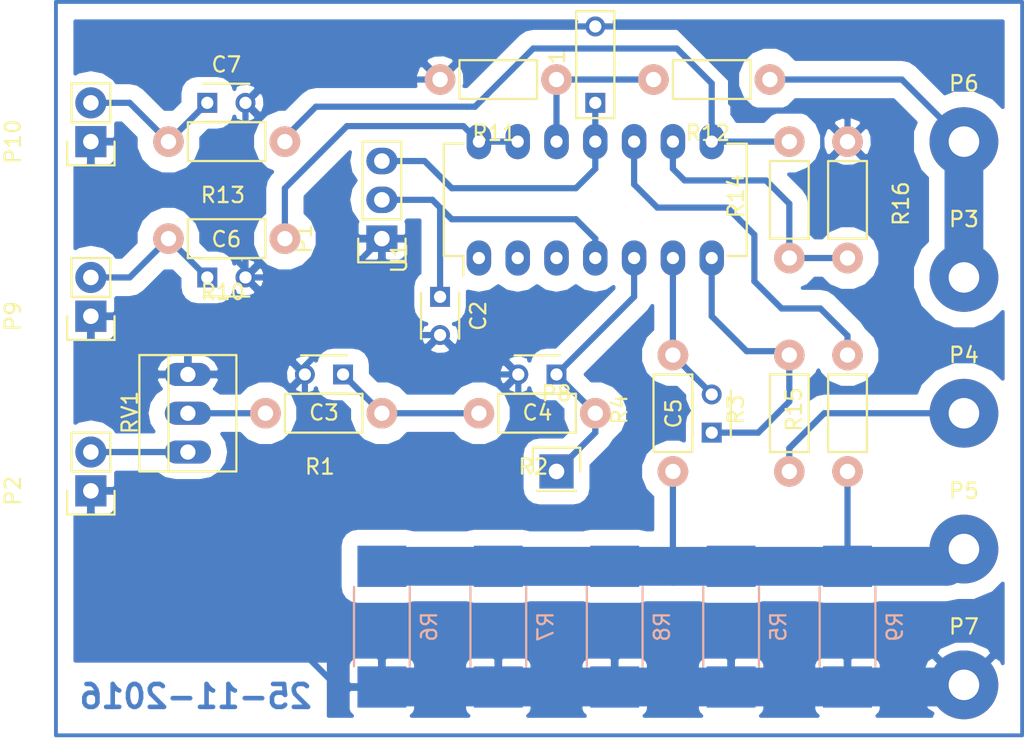
<source format=kicad_pcb>
(kicad_pcb (version 4) (host pcbnew 4.0.4+e1-6308~48~ubuntu16.04.1-stable)

  (general
    (links 56)
    (no_connects 0)
    (area 41.881 51.946999 109.343002 101.963)
    (thickness 1.6)
    (drawings 8)
    (tracks 139)
    (zones 0)
    (modules 35)
    (nets 20)
  )

  (page A4)
  (layers
    (0 F.Cu signal)
    (31 B.Cu signal)
    (32 B.Adhes user)
    (33 F.Adhes user)
    (34 B.Paste user)
    (35 F.Paste user)
    (36 B.SilkS user)
    (37 F.SilkS user)
    (38 B.Mask user)
    (39 F.Mask user)
    (40 Dwgs.User user)
    (41 Cmts.User user)
    (42 Eco1.User user)
    (43 Eco2.User user)
    (44 Edge.Cuts user)
    (45 Margin user)
    (46 B.CrtYd user)
    (47 F.CrtYd user)
    (48 B.Fab user)
    (49 F.Fab user)
  )

  (setup
    (last_trace_width 0.4064)
    (user_trace_width 0.254)
    (user_trace_width 0.3048)
    (user_trace_width 0.3556)
    (user_trace_width 0.4064)
    (user_trace_width 0.4572)
    (user_trace_width 0.508)
    (user_trace_width 2.54)
    (trace_clearance 0.25)
    (zone_clearance 1.016)
    (zone_45_only no)
    (trace_min 0.25)
    (segment_width 0.2)
    (edge_width 0.15)
    (via_size 1)
    (via_drill 0.6)
    (via_min_size 0.4)
    (via_min_drill 0.3)
    (user_via 1.016 0.4064)
    (uvia_size 0.3)
    (uvia_drill 0.1)
    (uvias_allowed no)
    (uvia_min_size 0)
    (uvia_min_drill 0)
    (pcb_text_width 0.3)
    (pcb_text_size 1.5 1.5)
    (mod_edge_width 0.15)
    (mod_text_size 1 1)
    (mod_text_width 0.15)
    (pad_size 5.99948 5.99948)
    (pad_drill 2.49936)
    (pad_to_mask_clearance 0.2)
    (aux_axis_origin 0 0)
    (visible_elements FFFFFFF7)
    (pcbplotparams
      (layerselection 0x00030_80000001)
      (usegerberextensions false)
      (excludeedgelayer true)
      (linewidth 0.100000)
      (plotframeref false)
      (viasonmask false)
      (mode 1)
      (useauxorigin false)
      (hpglpennumber 1)
      (hpglpenspeed 20)
      (hpglpendiameter 15)
      (hpglpenoverlay 2)
      (psnegative false)
      (psa4output false)
      (plotreference true)
      (plotvalue true)
      (plotinvisibletext false)
      (padsonsilk false)
      (subtractmaskfromsilk false)
      (outputformat 1)
      (mirror false)
      (drillshape 1)
      (scaleselection 1)
      (outputdirectory /home/mig/Desktop/))
  )

  (net 0 "")
  (net 1 -5V)
  (net 2 GND)
  (net 3 +12V)
  (net 4 "Net-(C3-Pad1)")
  (net 5 "Net-(C4-Pad1)")
  (net 6 "Net-(C5-Pad1)")
  (net 7 "Net-(C6-Pad1)")
  (net 8 "Net-(C7-Pad1)")
  (net 9 "Net-(P2-Pad2)")
  (net 10 "Net-(P3-Pad1)")
  (net 11 "Net-(P4-Pad1)")
  (net 12 "Net-(P5-Pad1)")
  (net 13 "Net-(R1-Pad2)")
  (net 14 "Net-(R10-Pad1)")
  (net 15 "Net-(R11-Pad1)")
  (net 16 "Net-(R13-Pad1)")
  (net 17 "Net-(R14-Pad1)")
  (net 18 "Net-(R15-Pad2)")
  (net 19 "Net-(C5-Pad2)")

  (net_class Default "This is the default net class."
    (clearance 0.25)
    (trace_width 0.25)
    (via_dia 1)
    (via_drill 0.6)
    (uvia_dia 0.3)
    (uvia_drill 0.1)
    (add_net +12V)
    (add_net -5V)
    (add_net GND)
    (add_net "Net-(C3-Pad1)")
    (add_net "Net-(C4-Pad1)")
    (add_net "Net-(C5-Pad1)")
    (add_net "Net-(C5-Pad2)")
    (add_net "Net-(C6-Pad1)")
    (add_net "Net-(C7-Pad1)")
    (add_net "Net-(P2-Pad2)")
    (add_net "Net-(P3-Pad1)")
    (add_net "Net-(P4-Pad1)")
    (add_net "Net-(P5-Pad1)")
    (add_net "Net-(R1-Pad2)")
    (add_net "Net-(R10-Pad1)")
    (add_net "Net-(R11-Pad1)")
    (add_net "Net-(R13-Pad1)")
    (add_net "Net-(R14-Pad1)")
    (add_net "Net-(R15-Pad2)")
  )

  (module Capacitors_THT:C_Disc_D3_P2.5 (layer F.Cu) (tedit 0) (tstamp 5837B7A9)
    (at 70.866 71.628 270)
    (descr "Capacitor 3mm Disc, Pitch 2.5mm")
    (tags Capacitor)
    (path /58374CFF)
    (fp_text reference C2 (at 1.25 -2.5 270) (layer F.SilkS)
      (effects (font (size 1 1) (thickness 0.15)))
    )
    (fp_text value 100nF (at 1.25 2.5 270) (layer F.Fab)
      (effects (font (size 1 1) (thickness 0.15)))
    )
    (fp_line (start -0.9 -1.5) (end 3.4 -1.5) (layer F.CrtYd) (width 0.05))
    (fp_line (start 3.4 -1.5) (end 3.4 1.5) (layer F.CrtYd) (width 0.05))
    (fp_line (start 3.4 1.5) (end -0.9 1.5) (layer F.CrtYd) (width 0.05))
    (fp_line (start -0.9 1.5) (end -0.9 -1.5) (layer F.CrtYd) (width 0.05))
    (fp_line (start -0.25 -1.25) (end 2.75 -1.25) (layer F.SilkS) (width 0.15))
    (fp_line (start 2.75 1.25) (end -0.25 1.25) (layer F.SilkS) (width 0.15))
    (pad 1 thru_hole rect (at 0 0 270) (size 1.3 1.3) (drill 0.8) (layers *.Cu *.Mask)
      (net 3 +12V))
    (pad 2 thru_hole circle (at 2.5 0 270) (size 1.3 1.3) (drill 0.8001) (layers *.Cu *.Mask)
      (net 2 GND))
    (model Capacitors_ThroughHole.3dshapes/C_Disc_D3_P2.5.wrl
      (at (xyz 0.0492126 0 0))
      (scale (xyz 1 1 1))
      (rotate (xyz 0 0 0))
    )
  )

  (module Capacitors_THT:C_Disc_D3_P2.5 (layer F.Cu) (tedit 0) (tstamp 5837B7AF)
    (at 64.516 76.708 180)
    (descr "Capacitor 3mm Disc, Pitch 2.5mm")
    (tags Capacitor)
    (path /5837196D)
    (fp_text reference C3 (at 1.25 -2.5 180) (layer F.SilkS)
      (effects (font (size 1 1) (thickness 0.15)))
    )
    (fp_text value 100nF (at 1.25 2.5 180) (layer F.Fab)
      (effects (font (size 1 1) (thickness 0.15)))
    )
    (fp_line (start -0.9 -1.5) (end 3.4 -1.5) (layer F.CrtYd) (width 0.05))
    (fp_line (start 3.4 -1.5) (end 3.4 1.5) (layer F.CrtYd) (width 0.05))
    (fp_line (start 3.4 1.5) (end -0.9 1.5) (layer F.CrtYd) (width 0.05))
    (fp_line (start -0.9 1.5) (end -0.9 -1.5) (layer F.CrtYd) (width 0.05))
    (fp_line (start -0.25 -1.25) (end 2.75 -1.25) (layer F.SilkS) (width 0.15))
    (fp_line (start 2.75 1.25) (end -0.25 1.25) (layer F.SilkS) (width 0.15))
    (pad 1 thru_hole rect (at 0 0 180) (size 1.3 1.3) (drill 0.8) (layers *.Cu *.Mask)
      (net 4 "Net-(C3-Pad1)"))
    (pad 2 thru_hole circle (at 2.5 0 180) (size 1.3 1.3) (drill 0.8001) (layers *.Cu *.Mask)
      (net 2 GND))
    (model Capacitors_ThroughHole.3dshapes/C_Disc_D3_P2.5.wrl
      (at (xyz 0.0492126 0 0))
      (scale (xyz 1 1 1))
      (rotate (xyz 0 0 0))
    )
  )

  (module Capacitors_THT:C_Disc_D3_P2.5 (layer F.Cu) (tedit 0) (tstamp 5837B7B5)
    (at 78.486 76.708 180)
    (descr "Capacitor 3mm Disc, Pitch 2.5mm")
    (tags Capacitor)
    (path /5837199C)
    (fp_text reference C4 (at 1.25 -2.5 180) (layer F.SilkS)
      (effects (font (size 1 1) (thickness 0.15)))
    )
    (fp_text value 100nF (at 1.25 2.5 180) (layer F.Fab)
      (effects (font (size 1 1) (thickness 0.15)))
    )
    (fp_line (start -0.9 -1.5) (end 3.4 -1.5) (layer F.CrtYd) (width 0.05))
    (fp_line (start 3.4 -1.5) (end 3.4 1.5) (layer F.CrtYd) (width 0.05))
    (fp_line (start 3.4 1.5) (end -0.9 1.5) (layer F.CrtYd) (width 0.05))
    (fp_line (start -0.9 1.5) (end -0.9 -1.5) (layer F.CrtYd) (width 0.05))
    (fp_line (start -0.25 -1.25) (end 2.75 -1.25) (layer F.SilkS) (width 0.15))
    (fp_line (start 2.75 1.25) (end -0.25 1.25) (layer F.SilkS) (width 0.15))
    (pad 1 thru_hole rect (at 0 0 180) (size 1.3 1.3) (drill 0.8) (layers *.Cu *.Mask)
      (net 5 "Net-(C4-Pad1)"))
    (pad 2 thru_hole circle (at 2.5 0 180) (size 1.3 1.3) (drill 0.8001) (layers *.Cu *.Mask)
      (net 2 GND))
    (model Capacitors_ThroughHole.3dshapes/C_Disc_D3_P2.5.wrl
      (at (xyz 0.0492126 0 0))
      (scale (xyz 1 1 1))
      (rotate (xyz 0 0 0))
    )
  )

  (module Capacitors_THT:C_Disc_D3_P2.5 (layer F.Cu) (tedit 0) (tstamp 5837B7BB)
    (at 88.646 80.518 90)
    (descr "Capacitor 3mm Disc, Pitch 2.5mm")
    (tags Capacitor)
    (path /58377F49)
    (fp_text reference C5 (at 1.25 -2.5 90) (layer F.SilkS)
      (effects (font (size 1 1) (thickness 0.15)))
    )
    (fp_text value 22nF (at 1.25 2.5 90) (layer F.Fab)
      (effects (font (size 1 1) (thickness 0.15)))
    )
    (fp_line (start -0.9 -1.5) (end 3.4 -1.5) (layer F.CrtYd) (width 0.05))
    (fp_line (start 3.4 -1.5) (end 3.4 1.5) (layer F.CrtYd) (width 0.05))
    (fp_line (start 3.4 1.5) (end -0.9 1.5) (layer F.CrtYd) (width 0.05))
    (fp_line (start -0.9 1.5) (end -0.9 -1.5) (layer F.CrtYd) (width 0.05))
    (fp_line (start -0.25 -1.25) (end 2.75 -1.25) (layer F.SilkS) (width 0.15))
    (fp_line (start 2.75 1.25) (end -0.25 1.25) (layer F.SilkS) (width 0.15))
    (pad 1 thru_hole rect (at 0 0 90) (size 1.3 1.3) (drill 0.8) (layers *.Cu *.Mask)
      (net 6 "Net-(C5-Pad1)"))
    (pad 2 thru_hole circle (at 2.5 0 90) (size 1.3 1.3) (drill 0.8001) (layers *.Cu *.Mask)
      (net 19 "Net-(C5-Pad2)"))
    (model Capacitors_ThroughHole.3dshapes/C_Disc_D3_P2.5.wrl
      (at (xyz 0.0492126 0 0))
      (scale (xyz 1 1 1))
      (rotate (xyz 0 0 0))
    )
  )

  (module Capacitors_THT:C_Disc_D3_P2.5 (layer F.Cu) (tedit 0) (tstamp 5837B7C1)
    (at 55.626 70.358)
    (descr "Capacitor 3mm Disc, Pitch 2.5mm")
    (tags Capacitor)
    (path /5837D1FF)
    (fp_text reference C6 (at 1.25 -2.5) (layer F.SilkS)
      (effects (font (size 1 1) (thickness 0.15)))
    )
    (fp_text value 100nF (at 1.25 2.5) (layer F.Fab)
      (effects (font (size 1 1) (thickness 0.15)))
    )
    (fp_line (start -0.9 -1.5) (end 3.4 -1.5) (layer F.CrtYd) (width 0.05))
    (fp_line (start 3.4 -1.5) (end 3.4 1.5) (layer F.CrtYd) (width 0.05))
    (fp_line (start 3.4 1.5) (end -0.9 1.5) (layer F.CrtYd) (width 0.05))
    (fp_line (start -0.9 1.5) (end -0.9 -1.5) (layer F.CrtYd) (width 0.05))
    (fp_line (start -0.25 -1.25) (end 2.75 -1.25) (layer F.SilkS) (width 0.15))
    (fp_line (start 2.75 1.25) (end -0.25 1.25) (layer F.SilkS) (width 0.15))
    (pad 1 thru_hole rect (at 0 0) (size 1.3 1.3) (drill 0.8) (layers *.Cu *.Mask)
      (net 7 "Net-(C6-Pad1)"))
    (pad 2 thru_hole circle (at 2.5 0) (size 1.3 1.3) (drill 0.8001) (layers *.Cu *.Mask)
      (net 2 GND))
    (model Capacitors_ThroughHole.3dshapes/C_Disc_D3_P2.5.wrl
      (at (xyz 0.0492126 0 0))
      (scale (xyz 1 1 1))
      (rotate (xyz 0 0 0))
    )
  )

  (module Capacitors_THT:C_Disc_D3_P2.5 (layer F.Cu) (tedit 0) (tstamp 5837B7C7)
    (at 55.626 58.928)
    (descr "Capacitor 3mm Disc, Pitch 2.5mm")
    (tags Capacitor)
    (path /58386DB5)
    (fp_text reference C7 (at 1.25 -2.5) (layer F.SilkS)
      (effects (font (size 1 1) (thickness 0.15)))
    )
    (fp_text value 100nF (at 1.25 2.5) (layer F.Fab)
      (effects (font (size 1 1) (thickness 0.15)))
    )
    (fp_line (start -0.9 -1.5) (end 3.4 -1.5) (layer F.CrtYd) (width 0.05))
    (fp_line (start 3.4 -1.5) (end 3.4 1.5) (layer F.CrtYd) (width 0.05))
    (fp_line (start 3.4 1.5) (end -0.9 1.5) (layer F.CrtYd) (width 0.05))
    (fp_line (start -0.9 1.5) (end -0.9 -1.5) (layer F.CrtYd) (width 0.05))
    (fp_line (start -0.25 -1.25) (end 2.75 -1.25) (layer F.SilkS) (width 0.15))
    (fp_line (start 2.75 1.25) (end -0.25 1.25) (layer F.SilkS) (width 0.15))
    (pad 1 thru_hole rect (at 0 0) (size 1.3 1.3) (drill 0.8) (layers *.Cu *.Mask)
      (net 8 "Net-(C7-Pad1)"))
    (pad 2 thru_hole circle (at 2.5 0) (size 1.3 1.3) (drill 0.8001) (layers *.Cu *.Mask)
      (net 2 GND))
    (model Capacitors_ThroughHole.3dshapes/C_Disc_D3_P2.5.wrl
      (at (xyz 0.0492126 0 0))
      (scale (xyz 1 1 1))
      (rotate (xyz 0 0 0))
    )
  )

  (module Socket_Strips:Socket_Strip_Straight_1x03 (layer F.Cu) (tedit 54E9F429) (tstamp 5837B7CE)
    (at 67.056 67.818 90)
    (descr "Through hole socket strip")
    (tags "socket strip")
    (path /58373D97)
    (fp_text reference P1 (at 0 -5.1 90) (layer F.SilkS)
      (effects (font (size 1 1) (thickness 0.15)))
    )
    (fp_text value CONN_01X03 (at 0 -3.1 90) (layer F.Fab)
      (effects (font (size 1 1) (thickness 0.15)))
    )
    (fp_line (start 0 -1.55) (end -1.55 -1.55) (layer F.SilkS) (width 0.15))
    (fp_line (start -1.55 -1.55) (end -1.55 1.55) (layer F.SilkS) (width 0.15))
    (fp_line (start -1.55 1.55) (end 0 1.55) (layer F.SilkS) (width 0.15))
    (fp_line (start -1.75 -1.75) (end -1.75 1.75) (layer F.CrtYd) (width 0.05))
    (fp_line (start 6.85 -1.75) (end 6.85 1.75) (layer F.CrtYd) (width 0.05))
    (fp_line (start -1.75 -1.75) (end 6.85 -1.75) (layer F.CrtYd) (width 0.05))
    (fp_line (start -1.75 1.75) (end 6.85 1.75) (layer F.CrtYd) (width 0.05))
    (fp_line (start 1.27 -1.27) (end 6.35 -1.27) (layer F.SilkS) (width 0.15))
    (fp_line (start 6.35 -1.27) (end 6.35 1.27) (layer F.SilkS) (width 0.15))
    (fp_line (start 6.35 1.27) (end 1.27 1.27) (layer F.SilkS) (width 0.15))
    (fp_line (start 1.27 1.27) (end 1.27 -1.27) (layer F.SilkS) (width 0.15))
    (pad 1 thru_hole rect (at 0 0 90) (size 1.7272 2.032) (drill 1.016) (layers *.Cu *.Mask)
      (net 2 GND))
    (pad 2 thru_hole oval (at 2.54 0 90) (size 1.7272 2.032) (drill 1.016) (layers *.Cu *.Mask)
      (net 3 +12V))
    (pad 3 thru_hole oval (at 5.08 0 90) (size 1.7272 2.032) (drill 1.016) (layers *.Cu *.Mask)
      (net 1 -5V))
    (model Socket_Strips.3dshapes/Socket_Strip_Straight_1x03.wrl
      (at (xyz 0.1 0 0))
      (scale (xyz 1 1 1))
      (rotate (xyz 0 0 180))
    )
  )

  (module Socket_Strips:Socket_Strip_Straight_1x02 (layer F.Cu) (tedit 54E9F75E) (tstamp 5837B7D4)
    (at 48.006 84.328 90)
    (descr "Through hole socket strip")
    (tags "socket strip")
    (path /58370DAD)
    (fp_text reference P2 (at 0 -5.1 90) (layer F.SilkS)
      (effects (font (size 1 1) (thickness 0.15)))
    )
    (fp_text value PWM (at 0 -3.1 90) (layer F.Fab)
      (effects (font (size 1 1) (thickness 0.15)))
    )
    (fp_line (start -1.55 1.55) (end 0 1.55) (layer F.SilkS) (width 0.15))
    (fp_line (start 3.81 1.27) (end 1.27 1.27) (layer F.SilkS) (width 0.15))
    (fp_line (start -1.75 -1.75) (end -1.75 1.75) (layer F.CrtYd) (width 0.05))
    (fp_line (start 4.3 -1.75) (end 4.3 1.75) (layer F.CrtYd) (width 0.05))
    (fp_line (start -1.75 -1.75) (end 4.3 -1.75) (layer F.CrtYd) (width 0.05))
    (fp_line (start -1.75 1.75) (end 4.3 1.75) (layer F.CrtYd) (width 0.05))
    (fp_line (start 1.27 1.27) (end 1.27 -1.27) (layer F.SilkS) (width 0.15))
    (fp_line (start 0 -1.55) (end -1.55 -1.55) (layer F.SilkS) (width 0.15))
    (fp_line (start -1.55 -1.55) (end -1.55 1.55) (layer F.SilkS) (width 0.15))
    (fp_line (start 1.27 -1.27) (end 3.81 -1.27) (layer F.SilkS) (width 0.15))
    (fp_line (start 3.81 -1.27) (end 3.81 1.27) (layer F.SilkS) (width 0.15))
    (pad 1 thru_hole rect (at 0 0 90) (size 2.032 2.032) (drill 1.016) (layers *.Cu *.Mask)
      (net 2 GND))
    (pad 2 thru_hole oval (at 2.54 0 90) (size 2.032 2.032) (drill 1.016) (layers *.Cu *.Mask)
      (net 9 "Net-(P2-Pad2)"))
    (model Socket_Strips.3dshapes/Socket_Strip_Straight_1x02.wrl
      (at (xyz 0.05 0 0))
      (scale (xyz 1 1 1))
      (rotate (xyz 0 0 180))
    )
  )

  (module Wire_Pads:SolderWirePad_single_2mmDrill (layer F.Cu) (tedit 0) (tstamp 5837B7D9)
    (at 105.156 70.358)
    (path /58378B98)
    (fp_text reference P3 (at 0 -3.81) (layer F.SilkS)
      (effects (font (size 1 1) (thickness 0.15)))
    )
    (fp_text value D (at -0.635 3.81) (layer F.Fab)
      (effects (font (size 1 1) (thickness 0.15)))
    )
    (pad 1 thru_hole circle (at 0 0) (size 4.50088 4.50088) (drill 1.99898) (layers *.Cu *.Mask)
      (net 10 "Net-(P3-Pad1)"))
  )

  (module Wire_Pads:SolderWirePad_single_2mmDrill (layer F.Cu) (tedit 0) (tstamp 5837B7DE)
    (at 105.156 79.248)
    (path /58378C21)
    (fp_text reference P4 (at 0 -3.81) (layer F.SilkS)
      (effects (font (size 1 1) (thickness 0.15)))
    )
    (fp_text value G (at -0.635 3.81) (layer F.Fab)
      (effects (font (size 1 1) (thickness 0.15)))
    )
    (pad 1 thru_hole circle (at 0 0) (size 4.50088 4.50088) (drill 1.99898) (layers *.Cu *.Mask)
      (net 11 "Net-(P4-Pad1)"))
  )

  (module Wire_Pads:SolderWirePad_single_2mmDrill (layer F.Cu) (tedit 0) (tstamp 5837B7E3)
    (at 105.156 88.138)
    (path /58378C62)
    (fp_text reference P5 (at 0 -3.81) (layer F.SilkS)
      (effects (font (size 1 1) (thickness 0.15)))
    )
    (fp_text value S (at -0.635 3.81) (layer F.Fab)
      (effects (font (size 1 1) (thickness 0.15)))
    )
    (pad 1 thru_hole circle (at 0 0) (size 4.50088 4.50088) (drill 1.99898) (layers *.Cu *.Mask)
      (net 12 "Net-(P5-Pad1)"))
  )

  (module Wire_Pads:SolderWirePad_single_2mmDrill (layer F.Cu) (tedit 0) (tstamp 5837B7E8)
    (at 105.156 61.468)
    (path /5837BC82)
    (fp_text reference P6 (at 0 -3.81) (layer F.SilkS)
      (effects (font (size 1 1) (thickness 0.15)))
    )
    (fp_text value V+ (at -0.635 3.81) (layer F.Fab)
      (effects (font (size 1 1) (thickness 0.15)))
    )
    (pad 1 thru_hole circle (at 0 0) (size 4.50088 4.50088) (drill 1.99898) (layers *.Cu *.Mask)
      (net 10 "Net-(P3-Pad1)"))
  )

  (module Wire_Pads:SolderWirePad_single_2mmDrill (layer F.Cu) (tedit 0) (tstamp 5837B7ED)
    (at 105.156 97.028)
    (path /5837BBCC)
    (fp_text reference P7 (at 0 -3.81) (layer F.SilkS)
      (effects (font (size 1 1) (thickness 0.15)))
    )
    (fp_text value V- (at -0.635 3.81) (layer F.Fab)
      (effects (font (size 1 1) (thickness 0.15)))
    )
    (pad 1 thru_hole circle (at 0 0) (size 4.50088 4.50088) (drill 1.99898) (layers *.Cu *.Mask)
      (net 2 GND))
  )

  (module Socket_Strips:Socket_Strip_Straight_1x02 (layer F.Cu) (tedit 54E9F75E) (tstamp 5837B7F8)
    (at 48.006 72.898 90)
    (descr "Through hole socket strip")
    (tags "socket strip")
    (path /5837E3EC)
    (fp_text reference P9 (at 0 -5.1 90) (layer F.SilkS)
      (effects (font (size 1 1) (thickness 0.15)))
    )
    (fp_text value SEN_U (at 0 -3.1 90) (layer F.Fab)
      (effects (font (size 1 1) (thickness 0.15)))
    )
    (fp_line (start -1.55 1.55) (end 0 1.55) (layer F.SilkS) (width 0.15))
    (fp_line (start 3.81 1.27) (end 1.27 1.27) (layer F.SilkS) (width 0.15))
    (fp_line (start -1.75 -1.75) (end -1.75 1.75) (layer F.CrtYd) (width 0.05))
    (fp_line (start 4.3 -1.75) (end 4.3 1.75) (layer F.CrtYd) (width 0.05))
    (fp_line (start -1.75 -1.75) (end 4.3 -1.75) (layer F.CrtYd) (width 0.05))
    (fp_line (start -1.75 1.75) (end 4.3 1.75) (layer F.CrtYd) (width 0.05))
    (fp_line (start 1.27 1.27) (end 1.27 -1.27) (layer F.SilkS) (width 0.15))
    (fp_line (start 0 -1.55) (end -1.55 -1.55) (layer F.SilkS) (width 0.15))
    (fp_line (start -1.55 -1.55) (end -1.55 1.55) (layer F.SilkS) (width 0.15))
    (fp_line (start 1.27 -1.27) (end 3.81 -1.27) (layer F.SilkS) (width 0.15))
    (fp_line (start 3.81 -1.27) (end 3.81 1.27) (layer F.SilkS) (width 0.15))
    (pad 1 thru_hole rect (at 0 0 90) (size 2.032 2.032) (drill 1.016) (layers *.Cu *.Mask)
      (net 2 GND))
    (pad 2 thru_hole oval (at 2.54 0 90) (size 2.032 2.032) (drill 1.016) (layers *.Cu *.Mask)
      (net 7 "Net-(C6-Pad1)"))
    (model Socket_Strips.3dshapes/Socket_Strip_Straight_1x02.wrl
      (at (xyz 0.05 0 0))
      (scale (xyz 1 1 1))
      (rotate (xyz 0 0 180))
    )
  )

  (module Socket_Strips:Socket_Strip_Straight_1x02 (layer F.Cu) (tedit 54E9F75E) (tstamp 5837B7FE)
    (at 48.006 61.468 90)
    (descr "Through hole socket strip")
    (tags "socket strip")
    (path /583872AA)
    (fp_text reference P10 (at 0 -5.1 90) (layer F.SilkS)
      (effects (font (size 1 1) (thickness 0.15)))
    )
    (fp_text value SEN_I (at 0 -3.1 90) (layer F.Fab)
      (effects (font (size 1 1) (thickness 0.15)))
    )
    (fp_line (start -1.55 1.55) (end 0 1.55) (layer F.SilkS) (width 0.15))
    (fp_line (start 3.81 1.27) (end 1.27 1.27) (layer F.SilkS) (width 0.15))
    (fp_line (start -1.75 -1.75) (end -1.75 1.75) (layer F.CrtYd) (width 0.05))
    (fp_line (start 4.3 -1.75) (end 4.3 1.75) (layer F.CrtYd) (width 0.05))
    (fp_line (start -1.75 -1.75) (end 4.3 -1.75) (layer F.CrtYd) (width 0.05))
    (fp_line (start -1.75 1.75) (end 4.3 1.75) (layer F.CrtYd) (width 0.05))
    (fp_line (start 1.27 1.27) (end 1.27 -1.27) (layer F.SilkS) (width 0.15))
    (fp_line (start 0 -1.55) (end -1.55 -1.55) (layer F.SilkS) (width 0.15))
    (fp_line (start -1.55 -1.55) (end -1.55 1.55) (layer F.SilkS) (width 0.15))
    (fp_line (start 1.27 -1.27) (end 3.81 -1.27) (layer F.SilkS) (width 0.15))
    (fp_line (start 3.81 -1.27) (end 3.81 1.27) (layer F.SilkS) (width 0.15))
    (pad 1 thru_hole rect (at 0 0 90) (size 2.032 2.032) (drill 1.016) (layers *.Cu *.Mask)
      (net 2 GND))
    (pad 2 thru_hole oval (at 2.54 0 90) (size 2.032 2.032) (drill 1.016) (layers *.Cu *.Mask)
      (net 8 "Net-(C7-Pad1)"))
    (model Socket_Strips.3dshapes/Socket_Strip_Straight_1x02.wrl
      (at (xyz 0.05 0 0))
      (scale (xyz 1 1 1))
      (rotate (xyz 0 0 180))
    )
  )

  (module Resistors_SMD:R_2512_HandSoldering (layer B.Cu) (tedit 58307F47) (tstamp 5837B81C)
    (at 89.916 93.218 90)
    (descr "Resistor SMD 2512, hand soldering")
    (tags "resistor 2512")
    (path /5837B470)
    (attr smd)
    (fp_text reference R5 (at 0 3.1 90) (layer B.SilkS)
      (effects (font (size 1 1) (thickness 0.15)) (justify mirror))
    )
    (fp_text value 0.5R (at 0 -3.1 90) (layer B.Fab)
      (effects (font (size 1 1) (thickness 0.15)) (justify mirror))
    )
    (fp_line (start -3.15 -1.6) (end -3.15 1.6) (layer B.Fab) (width 0.1))
    (fp_line (start 3.15 -1.6) (end -3.15 -1.6) (layer B.Fab) (width 0.1))
    (fp_line (start 3.15 1.6) (end 3.15 -1.6) (layer B.Fab) (width 0.1))
    (fp_line (start -3.15 1.6) (end 3.15 1.6) (layer B.Fab) (width 0.1))
    (fp_line (start -5.6 1.95) (end 5.6 1.95) (layer B.CrtYd) (width 0.05))
    (fp_line (start -5.6 -1.95) (end 5.6 -1.95) (layer B.CrtYd) (width 0.05))
    (fp_line (start -5.6 1.95) (end -5.6 -1.95) (layer B.CrtYd) (width 0.05))
    (fp_line (start 5.6 1.95) (end 5.6 -1.95) (layer B.CrtYd) (width 0.05))
    (fp_line (start 2.6 -1.825) (end -2.6 -1.825) (layer B.SilkS) (width 0.15))
    (fp_line (start -2.6 1.825) (end 2.6 1.825) (layer B.SilkS) (width 0.15))
    (pad 1 smd rect (at -3.95 0 90) (size 2.7 3.2) (layers B.Cu B.Paste B.Mask)
      (net 2 GND))
    (pad 2 smd rect (at 3.95 0 90) (size 2.7 3.2) (layers B.Cu B.Paste B.Mask)
      (net 12 "Net-(P5-Pad1)"))
    (model Resistors_SMD.3dshapes/R_2512_HandSoldering.wrl
      (at (xyz 0 0 0))
      (scale (xyz 1 1 1))
      (rotate (xyz 0 0 0))
    )
  )

  (module Resistors_SMD:R_2512_HandSoldering (layer B.Cu) (tedit 58307F47) (tstamp 5837B822)
    (at 67.056 93.218 90)
    (descr "Resistor SMD 2512, hand soldering")
    (tags "resistor 2512")
    (path /5837B420)
    (attr smd)
    (fp_text reference R6 (at 0 3.1 90) (layer B.SilkS)
      (effects (font (size 1 1) (thickness 0.15)) (justify mirror))
    )
    (fp_text value 0.5R (at 0 -3.1 90) (layer B.Fab)
      (effects (font (size 1 1) (thickness 0.15)) (justify mirror))
    )
    (fp_line (start -3.15 -1.6) (end -3.15 1.6) (layer B.Fab) (width 0.1))
    (fp_line (start 3.15 -1.6) (end -3.15 -1.6) (layer B.Fab) (width 0.1))
    (fp_line (start 3.15 1.6) (end 3.15 -1.6) (layer B.Fab) (width 0.1))
    (fp_line (start -3.15 1.6) (end 3.15 1.6) (layer B.Fab) (width 0.1))
    (fp_line (start -5.6 1.95) (end 5.6 1.95) (layer B.CrtYd) (width 0.05))
    (fp_line (start -5.6 -1.95) (end 5.6 -1.95) (layer B.CrtYd) (width 0.05))
    (fp_line (start -5.6 1.95) (end -5.6 -1.95) (layer B.CrtYd) (width 0.05))
    (fp_line (start 5.6 1.95) (end 5.6 -1.95) (layer B.CrtYd) (width 0.05))
    (fp_line (start 2.6 -1.825) (end -2.6 -1.825) (layer B.SilkS) (width 0.15))
    (fp_line (start -2.6 1.825) (end 2.6 1.825) (layer B.SilkS) (width 0.15))
    (pad 1 smd rect (at -3.95 0 90) (size 2.7 3.2) (layers B.Cu B.Paste B.Mask)
      (net 2 GND))
    (pad 2 smd rect (at 3.95 0 90) (size 2.7 3.2) (layers B.Cu B.Paste B.Mask)
      (net 12 "Net-(P5-Pad1)"))
    (model Resistors_SMD.3dshapes/R_2512_HandSoldering.wrl
      (at (xyz 0 0 0))
      (scale (xyz 1 1 1))
      (rotate (xyz 0 0 0))
    )
  )

  (module Resistors_SMD:R_2512_HandSoldering (layer B.Cu) (tedit 58307F47) (tstamp 5837B828)
    (at 74.676 93.218 90)
    (descr "Resistor SMD 2512, hand soldering")
    (tags "resistor 2512")
    (path /5837B3B3)
    (attr smd)
    (fp_text reference R7 (at 0 3.1 90) (layer B.SilkS)
      (effects (font (size 1 1) (thickness 0.15)) (justify mirror))
    )
    (fp_text value 0.5R (at 0 -3.1 90) (layer B.Fab)
      (effects (font (size 1 1) (thickness 0.15)) (justify mirror))
    )
    (fp_line (start -3.15 -1.6) (end -3.15 1.6) (layer B.Fab) (width 0.1))
    (fp_line (start 3.15 -1.6) (end -3.15 -1.6) (layer B.Fab) (width 0.1))
    (fp_line (start 3.15 1.6) (end 3.15 -1.6) (layer B.Fab) (width 0.1))
    (fp_line (start -3.15 1.6) (end 3.15 1.6) (layer B.Fab) (width 0.1))
    (fp_line (start -5.6 1.95) (end 5.6 1.95) (layer B.CrtYd) (width 0.05))
    (fp_line (start -5.6 -1.95) (end 5.6 -1.95) (layer B.CrtYd) (width 0.05))
    (fp_line (start -5.6 1.95) (end -5.6 -1.95) (layer B.CrtYd) (width 0.05))
    (fp_line (start 5.6 1.95) (end 5.6 -1.95) (layer B.CrtYd) (width 0.05))
    (fp_line (start 2.6 -1.825) (end -2.6 -1.825) (layer B.SilkS) (width 0.15))
    (fp_line (start -2.6 1.825) (end 2.6 1.825) (layer B.SilkS) (width 0.15))
    (pad 1 smd rect (at -3.95 0 90) (size 2.7 3.2) (layers B.Cu B.Paste B.Mask)
      (net 2 GND))
    (pad 2 smd rect (at 3.95 0 90) (size 2.7 3.2) (layers B.Cu B.Paste B.Mask)
      (net 12 "Net-(P5-Pad1)"))
    (model Resistors_SMD.3dshapes/R_2512_HandSoldering.wrl
      (at (xyz 0 0 0))
      (scale (xyz 1 1 1))
      (rotate (xyz 0 0 0))
    )
  )

  (module Resistors_SMD:R_2512_HandSoldering (layer B.Cu) (tedit 58307F47) (tstamp 5837B82E)
    (at 82.296 93.218 90)
    (descr "Resistor SMD 2512, hand soldering")
    (tags "resistor 2512")
    (path /5837B35F)
    (attr smd)
    (fp_text reference R8 (at 0 3.1 90) (layer B.SilkS)
      (effects (font (size 1 1) (thickness 0.15)) (justify mirror))
    )
    (fp_text value 0.5R (at 0 -3.1 90) (layer B.Fab)
      (effects (font (size 1 1) (thickness 0.15)) (justify mirror))
    )
    (fp_line (start -3.15 -1.6) (end -3.15 1.6) (layer B.Fab) (width 0.1))
    (fp_line (start 3.15 -1.6) (end -3.15 -1.6) (layer B.Fab) (width 0.1))
    (fp_line (start 3.15 1.6) (end 3.15 -1.6) (layer B.Fab) (width 0.1))
    (fp_line (start -3.15 1.6) (end 3.15 1.6) (layer B.Fab) (width 0.1))
    (fp_line (start -5.6 1.95) (end 5.6 1.95) (layer B.CrtYd) (width 0.05))
    (fp_line (start -5.6 -1.95) (end 5.6 -1.95) (layer B.CrtYd) (width 0.05))
    (fp_line (start -5.6 1.95) (end -5.6 -1.95) (layer B.CrtYd) (width 0.05))
    (fp_line (start 5.6 1.95) (end 5.6 -1.95) (layer B.CrtYd) (width 0.05))
    (fp_line (start 2.6 -1.825) (end -2.6 -1.825) (layer B.SilkS) (width 0.15))
    (fp_line (start -2.6 1.825) (end 2.6 1.825) (layer B.SilkS) (width 0.15))
    (pad 1 smd rect (at -3.95 0 90) (size 2.7 3.2) (layers B.Cu B.Paste B.Mask)
      (net 2 GND))
    (pad 2 smd rect (at 3.95 0 90) (size 2.7 3.2) (layers B.Cu B.Paste B.Mask)
      (net 12 "Net-(P5-Pad1)"))
    (model Resistors_SMD.3dshapes/R_2512_HandSoldering.wrl
      (at (xyz 0 0 0))
      (scale (xyz 1 1 1))
      (rotate (xyz 0 0 0))
    )
  )

  (module Resistors_SMD:R_2512_HandSoldering (layer B.Cu) (tedit 58307F47) (tstamp 5837B834)
    (at 97.536 93.218 90)
    (descr "Resistor SMD 2512, hand soldering")
    (tags "resistor 2512")
    (path /5837B2C3)
    (attr smd)
    (fp_text reference R9 (at 0 3.1 90) (layer B.SilkS)
      (effects (font (size 1 1) (thickness 0.15)) (justify mirror))
    )
    (fp_text value 0.5R (at 0 -3.1 90) (layer B.Fab)
      (effects (font (size 1 1) (thickness 0.15)) (justify mirror))
    )
    (fp_line (start -3.15 -1.6) (end -3.15 1.6) (layer B.Fab) (width 0.1))
    (fp_line (start 3.15 -1.6) (end -3.15 -1.6) (layer B.Fab) (width 0.1))
    (fp_line (start 3.15 1.6) (end 3.15 -1.6) (layer B.Fab) (width 0.1))
    (fp_line (start -3.15 1.6) (end 3.15 1.6) (layer B.Fab) (width 0.1))
    (fp_line (start -5.6 1.95) (end 5.6 1.95) (layer B.CrtYd) (width 0.05))
    (fp_line (start -5.6 -1.95) (end 5.6 -1.95) (layer B.CrtYd) (width 0.05))
    (fp_line (start -5.6 1.95) (end -5.6 -1.95) (layer B.CrtYd) (width 0.05))
    (fp_line (start 5.6 1.95) (end 5.6 -1.95) (layer B.CrtYd) (width 0.05))
    (fp_line (start 2.6 -1.825) (end -2.6 -1.825) (layer B.SilkS) (width 0.15))
    (fp_line (start -2.6 1.825) (end 2.6 1.825) (layer B.SilkS) (width 0.15))
    (pad 1 smd rect (at -3.95 0 90) (size 2.7 3.2) (layers B.Cu B.Paste B.Mask)
      (net 2 GND))
    (pad 2 smd rect (at 3.95 0 90) (size 2.7 3.2) (layers B.Cu B.Paste B.Mask)
      (net 12 "Net-(P5-Pad1)"))
    (model Resistors_SMD.3dshapes/R_2512_HandSoldering.wrl
      (at (xyz 0 0 0))
      (scale (xyz 1 1 1))
      (rotate (xyz 0 0 0))
    )
  )

  (module Connectors:PINHEAD1-3 (layer F.Cu) (tedit 0) (tstamp 5837B865)
    (at 54.356 79.248 90)
    (path /58371F21)
    (attr virtual)
    (fp_text reference RV1 (at 0.05 -3.8 90) (layer F.SilkS)
      (effects (font (size 1 1) (thickness 0.15)))
    )
    (fp_text value 20k (at 0 3.81 90) (layer F.Fab)
      (effects (font (size 1 1) (thickness 0.15)))
    )
    (fp_line (start -3.81 -3.175) (end -3.81 3.175) (layer F.SilkS) (width 0.15))
    (fp_line (start 3.81 -3.175) (end 3.81 3.175) (layer F.SilkS) (width 0.15))
    (fp_line (start 3.81 -1.27) (end -3.81 -1.27) (layer F.SilkS) (width 0.15))
    (fp_line (start -3.81 -3.175) (end 3.81 -3.175) (layer F.SilkS) (width 0.15))
    (fp_line (start 3.81 3.175) (end -3.81 3.175) (layer F.SilkS) (width 0.15))
    (pad 1 thru_hole oval (at -2.54 0 90) (size 1.50622 3.01498) (drill 0.99822) (layers *.Cu *.Mask)
      (net 9 "Net-(P2-Pad2)"))
    (pad 2 thru_hole oval (at 0 0 90) (size 1.50622 3.01498) (drill 0.99822) (layers *.Cu *.Mask)
      (net 13 "Net-(R1-Pad2)"))
    (pad 3 thru_hole oval (at 2.54 0 90) (size 1.50622 3.01498) (drill 0.99822) (layers *.Cu *.Mask)
      (net 2 GND))
  )

  (module Housings_DIP:DIP-14_W7.62mm_LongPads (layer F.Cu) (tedit 54130A77) (tstamp 5837B877)
    (at 73.406 69.088 90)
    (descr "14-lead dip package, row spacing 7.62 mm (300 mils), longer pads")
    (tags "dil dip 2.54 300")
    (path /5837692D)
    (fp_text reference U1 (at 0 -5.22 90) (layer F.SilkS)
      (effects (font (size 1 1) (thickness 0.15)))
    )
    (fp_text value LM324 (at 0 -3.72 90) (layer F.Fab)
      (effects (font (size 1 1) (thickness 0.15)))
    )
    (fp_line (start -1.4 -2.45) (end -1.4 17.7) (layer F.CrtYd) (width 0.05))
    (fp_line (start 9 -2.45) (end 9 17.7) (layer F.CrtYd) (width 0.05))
    (fp_line (start -1.4 -2.45) (end 9 -2.45) (layer F.CrtYd) (width 0.05))
    (fp_line (start -1.4 17.7) (end 9 17.7) (layer F.CrtYd) (width 0.05))
    (fp_line (start 0.135 -2.295) (end 0.135 -1.025) (layer F.SilkS) (width 0.15))
    (fp_line (start 7.485 -2.295) (end 7.485 -1.025) (layer F.SilkS) (width 0.15))
    (fp_line (start 7.485 17.535) (end 7.485 16.265) (layer F.SilkS) (width 0.15))
    (fp_line (start 0.135 17.535) (end 0.135 16.265) (layer F.SilkS) (width 0.15))
    (fp_line (start 0.135 -2.295) (end 7.485 -2.295) (layer F.SilkS) (width 0.15))
    (fp_line (start 0.135 17.535) (end 7.485 17.535) (layer F.SilkS) (width 0.15))
    (fp_line (start 0.135 -1.025) (end -1.15 -1.025) (layer F.SilkS) (width 0.15))
    (pad 1 thru_hole oval (at 0 0 90) (size 2.3 1.6) (drill 0.8) (layers *.Cu *.Mask))
    (pad 2 thru_hole oval (at 0 2.54 90) (size 2.3 1.6) (drill 0.8) (layers *.Cu *.Mask))
    (pad 3 thru_hole oval (at 0 5.08 90) (size 2.3 1.6) (drill 0.8) (layers *.Cu *.Mask))
    (pad 4 thru_hole oval (at 0 7.62 90) (size 2.3 1.6) (drill 0.8) (layers *.Cu *.Mask)
      (net 3 +12V))
    (pad 5 thru_hole oval (at 0 10.16 90) (size 2.3 1.6) (drill 0.8) (layers *.Cu *.Mask)
      (net 5 "Net-(C4-Pad1)"))
    (pad 6 thru_hole oval (at 0 12.7 90) (size 2.3 1.6) (drill 0.8) (layers *.Cu *.Mask)
      (net 19 "Net-(C5-Pad2)"))
    (pad 7 thru_hole oval (at 0 15.24 90) (size 2.3 1.6) (drill 0.8) (layers *.Cu *.Mask)
      (net 6 "Net-(C5-Pad1)"))
    (pad 8 thru_hole oval (at 7.62 15.24 90) (size 2.3 1.6) (drill 0.8) (layers *.Cu *.Mask)
      (net 16 "Net-(R13-Pad1)"))
    (pad 9 thru_hole oval (at 7.62 12.7 90) (size 2.3 1.6) (drill 0.8) (layers *.Cu *.Mask)
      (net 17 "Net-(R14-Pad1)"))
    (pad 10 thru_hole oval (at 7.62 10.16 90) (size 2.3 1.6) (drill 0.8) (layers *.Cu *.Mask)
      (net 18 "Net-(R15-Pad2)"))
    (pad 11 thru_hole oval (at 7.62 7.62 90) (size 2.3 1.6) (drill 0.8) (layers *.Cu *.Mask)
      (net 1 -5V))
    (pad 12 thru_hole oval (at 7.62 5.08 90) (size 2.3 1.6) (drill 0.8) (layers *.Cu *.Mask)
      (net 15 "Net-(R11-Pad1)"))
    (pad 13 thru_hole oval (at 7.62 2.54 90) (size 2.3 1.6) (drill 0.8) (layers *.Cu *.Mask)
      (net 14 "Net-(R10-Pad1)"))
    (pad 14 thru_hole oval (at 7.62 0 90) (size 2.3 1.6) (drill 0.8) (layers *.Cu *.Mask)
      (net 14 "Net-(R10-Pad1)"))
    (model Housings_DIP.3dshapes/DIP-14_W7.62mm_LongPads.wrl
      (at (xyz 0 0 0))
      (scale (xyz 1 1 1))
      (rotate (xyz 0 0 0))
    )
  )

  (module Pin_Headers:Pin_Header_Straight_1x01 (layer F.Cu) (tedit 54EA08DC) (tstamp 5837BB1A)
    (at 78.486 83.058)
    (descr "Through hole pin header")
    (tags "pin header")
    (path /5837BF65)
    (fp_text reference P8 (at 0 -5.1) (layer F.SilkS)
      (effects (font (size 1 1) (thickness 0.15)))
    )
    (fp_text value DAC (at 0 -3.1) (layer F.Fab)
      (effects (font (size 1 1) (thickness 0.15)))
    )
    (fp_line (start 1.55 -1.55) (end 1.55 0) (layer F.SilkS) (width 0.15))
    (fp_line (start -1.75 -1.75) (end -1.75 1.75) (layer F.CrtYd) (width 0.05))
    (fp_line (start 1.75 -1.75) (end 1.75 1.75) (layer F.CrtYd) (width 0.05))
    (fp_line (start -1.75 -1.75) (end 1.75 -1.75) (layer F.CrtYd) (width 0.05))
    (fp_line (start -1.75 1.75) (end 1.75 1.75) (layer F.CrtYd) (width 0.05))
    (fp_line (start -1.55 0) (end -1.55 -1.55) (layer F.SilkS) (width 0.15))
    (fp_line (start -1.55 -1.55) (end 1.55 -1.55) (layer F.SilkS) (width 0.15))
    (fp_line (start -1.27 1.27) (end 1.27 1.27) (layer F.SilkS) (width 0.15))
    (pad 1 thru_hole rect (at 0 0) (size 2.2352 2.2352) (drill 1.016) (layers *.Cu *.Mask)
      (net 5 "Net-(C4-Pad1)"))
    (model Pin_Headers.3dshapes/Pin_Header_Straight_1x01.wrl
      (at (xyz 0 0 0))
      (scale (xyz 1 1 1))
      (rotate (xyz 0 0 90))
    )
  )

  (module Resistors_THT:Resistor_Horizontal_RM7mm (layer F.Cu) (tedit 569FCF07) (tstamp 5837CF6D)
    (at 60.706 67.818 180)
    (descr "Resistor, Axial,  RM 7.62mm, 1/3W,")
    (tags "Resistor Axial RM 7.62mm 1/3W R3")
    (path /5837CE09)
    (fp_text reference R10 (at 4.05892 -3.50012 180) (layer F.SilkS)
      (effects (font (size 1 1) (thickness 0.15)))
    )
    (fp_text value 330R (at 3.81 3.81 180) (layer F.Fab)
      (effects (font (size 1 1) (thickness 0.15)))
    )
    (fp_line (start -1.25 -1.5) (end 8.85 -1.5) (layer F.CrtYd) (width 0.05))
    (fp_line (start -1.25 1.5) (end -1.25 -1.5) (layer F.CrtYd) (width 0.05))
    (fp_line (start 8.85 -1.5) (end 8.85 1.5) (layer F.CrtYd) (width 0.05))
    (fp_line (start -1.25 1.5) (end 8.85 1.5) (layer F.CrtYd) (width 0.05))
    (fp_line (start 1.27 -1.27) (end 6.35 -1.27) (layer F.SilkS) (width 0.15))
    (fp_line (start 6.35 -1.27) (end 6.35 1.27) (layer F.SilkS) (width 0.15))
    (fp_line (start 6.35 1.27) (end 1.27 1.27) (layer F.SilkS) (width 0.15))
    (fp_line (start 1.27 1.27) (end 1.27 -1.27) (layer F.SilkS) (width 0.15))
    (pad 1 thru_hole circle (at 0 0 180) (size 1.99898 1.99898) (drill 1.00076) (layers *.Cu *.SilkS *.Mask)
      (net 14 "Net-(R10-Pad1)"))
    (pad 2 thru_hole circle (at 7.62 0 180) (size 1.99898 1.99898) (drill 1.00076) (layers *.Cu *.SilkS *.Mask)
      (net 7 "Net-(C6-Pad1)"))
  )

  (module Resistors_THT:Resistor_Horizontal_RM7mm (layer F.Cu) (tedit 5837D000) (tstamp 5837CF72)
    (at 78.486 57.404 180)
    (descr "Resistor, Axial,  RM 7.62mm, 1/3W,")
    (tags "Resistor Axial RM 7.62mm 1/3W R3")
    (path /5837C773)
    (fp_text reference R11 (at 4.05892 -3.50012 180) (layer F.SilkS)
      (effects (font (size 1 1) (thickness 0.15)))
    )
    (fp_text value 10k (at 3.81 0 180) (layer F.Fab)
      (effects (font (size 1 1) (thickness 0.15)))
    )
    (fp_line (start -1.25 -1.5) (end 8.85 -1.5) (layer F.CrtYd) (width 0.05))
    (fp_line (start -1.25 1.5) (end -1.25 -1.5) (layer F.CrtYd) (width 0.05))
    (fp_line (start 8.85 -1.5) (end 8.85 1.5) (layer F.CrtYd) (width 0.05))
    (fp_line (start -1.25 1.5) (end 8.85 1.5) (layer F.CrtYd) (width 0.05))
    (fp_line (start 1.27 -1.27) (end 6.35 -1.27) (layer F.SilkS) (width 0.15))
    (fp_line (start 6.35 -1.27) (end 6.35 1.27) (layer F.SilkS) (width 0.15))
    (fp_line (start 6.35 1.27) (end 1.27 1.27) (layer F.SilkS) (width 0.15))
    (fp_line (start 1.27 1.27) (end 1.27 -1.27) (layer F.SilkS) (width 0.15))
    (pad 1 thru_hole circle (at 0 0 180) (size 1.99898 1.99898) (drill 1.00076) (layers *.Cu *.SilkS *.Mask)
      (net 15 "Net-(R11-Pad1)"))
    (pad 2 thru_hole circle (at 7.62 0 180) (size 1.99898 1.99898) (drill 1.00076) (layers *.Cu *.SilkS *.Mask)
      (net 2 GND))
  )

  (module Resistors_THT:Resistor_Horizontal_RM7mm (layer F.Cu) (tedit 5837CFFC) (tstamp 5837CF77)
    (at 92.456 57.404 180)
    (descr "Resistor, Axial,  RM 7.62mm, 1/3W,")
    (tags "Resistor Axial RM 7.62mm 1/3W R3")
    (path /5837C702)
    (fp_text reference R12 (at 4.05892 -3.50012 180) (layer F.SilkS)
      (effects (font (size 1 1) (thickness 0.15)))
    )
    (fp_text value 180k (at 3.81 0 180) (layer F.Fab)
      (effects (font (size 1 1) (thickness 0.15)))
    )
    (fp_line (start -1.25 -1.5) (end 8.85 -1.5) (layer F.CrtYd) (width 0.05))
    (fp_line (start -1.25 1.5) (end -1.25 -1.5) (layer F.CrtYd) (width 0.05))
    (fp_line (start 8.85 -1.5) (end 8.85 1.5) (layer F.CrtYd) (width 0.05))
    (fp_line (start -1.25 1.5) (end 8.85 1.5) (layer F.CrtYd) (width 0.05))
    (fp_line (start 1.27 -1.27) (end 6.35 -1.27) (layer F.SilkS) (width 0.15))
    (fp_line (start 6.35 -1.27) (end 6.35 1.27) (layer F.SilkS) (width 0.15))
    (fp_line (start 6.35 1.27) (end 1.27 1.27) (layer F.SilkS) (width 0.15))
    (fp_line (start 1.27 1.27) (end 1.27 -1.27) (layer F.SilkS) (width 0.15))
    (pad 1 thru_hole circle (at 0 0 180) (size 1.99898 1.99898) (drill 1.00076) (layers *.Cu *.SilkS *.Mask)
      (net 10 "Net-(P3-Pad1)"))
    (pad 2 thru_hole circle (at 7.62 0 180) (size 1.99898 1.99898) (drill 1.00076) (layers *.Cu *.SilkS *.Mask)
      (net 15 "Net-(R11-Pad1)"))
  )

  (module Resistors_THT:Resistor_Horizontal_RM7mm (layer F.Cu) (tedit 569FCF07) (tstamp 5837CF7C)
    (at 60.706 61.468 180)
    (descr "Resistor, Axial,  RM 7.62mm, 1/3W,")
    (tags "Resistor Axial RM 7.62mm 1/3W R3")
    (path /58386CE4)
    (fp_text reference R13 (at 4.05892 -3.50012 180) (layer F.SilkS)
      (effects (font (size 1 1) (thickness 0.15)))
    )
    (fp_text value 330R (at 3.81 3.81 180) (layer F.Fab)
      (effects (font (size 1 1) (thickness 0.15)))
    )
    (fp_line (start -1.25 -1.5) (end 8.85 -1.5) (layer F.CrtYd) (width 0.05))
    (fp_line (start -1.25 1.5) (end -1.25 -1.5) (layer F.CrtYd) (width 0.05))
    (fp_line (start 8.85 -1.5) (end 8.85 1.5) (layer F.CrtYd) (width 0.05))
    (fp_line (start -1.25 1.5) (end 8.85 1.5) (layer F.CrtYd) (width 0.05))
    (fp_line (start 1.27 -1.27) (end 6.35 -1.27) (layer F.SilkS) (width 0.15))
    (fp_line (start 6.35 -1.27) (end 6.35 1.27) (layer F.SilkS) (width 0.15))
    (fp_line (start 6.35 1.27) (end 1.27 1.27) (layer F.SilkS) (width 0.15))
    (fp_line (start 1.27 1.27) (end 1.27 -1.27) (layer F.SilkS) (width 0.15))
    (pad 1 thru_hole circle (at 0 0 180) (size 1.99898 1.99898) (drill 1.00076) (layers *.Cu *.SilkS *.Mask)
      (net 16 "Net-(R13-Pad1)"))
    (pad 2 thru_hole circle (at 7.62 0 180) (size 1.99898 1.99898) (drill 1.00076) (layers *.Cu *.SilkS *.Mask)
      (net 8 "Net-(C7-Pad1)"))
  )

  (module Resistors_THT:Resistor_Horizontal_RM7mm (layer F.Cu) (tedit 5837CFDD) (tstamp 5837CF81)
    (at 93.726 69.088 90)
    (descr "Resistor, Axial,  RM 7.62mm, 1/3W,")
    (tags "Resistor Axial RM 7.62mm 1/3W R3")
    (path /5838418E)
    (fp_text reference R14 (at 4.05892 -3.50012 90) (layer F.SilkS)
      (effects (font (size 1 1) (thickness 0.15)))
    )
    (fp_text value 8k2 (at 3.81 0 90) (layer F.Fab)
      (effects (font (size 1 1) (thickness 0.15)))
    )
    (fp_line (start -1.25 -1.5) (end 8.85 -1.5) (layer F.CrtYd) (width 0.05))
    (fp_line (start -1.25 1.5) (end -1.25 -1.5) (layer F.CrtYd) (width 0.05))
    (fp_line (start 8.85 -1.5) (end 8.85 1.5) (layer F.CrtYd) (width 0.05))
    (fp_line (start -1.25 1.5) (end 8.85 1.5) (layer F.CrtYd) (width 0.05))
    (fp_line (start 1.27 -1.27) (end 6.35 -1.27) (layer F.SilkS) (width 0.15))
    (fp_line (start 6.35 -1.27) (end 6.35 1.27) (layer F.SilkS) (width 0.15))
    (fp_line (start 6.35 1.27) (end 1.27 1.27) (layer F.SilkS) (width 0.15))
    (fp_line (start 1.27 1.27) (end 1.27 -1.27) (layer F.SilkS) (width 0.15))
    (pad 1 thru_hole circle (at 0 0 90) (size 1.99898 1.99898) (drill 1.00076) (layers *.Cu *.SilkS *.Mask)
      (net 17 "Net-(R14-Pad1)"))
    (pad 2 thru_hole circle (at 7.62 0 90) (size 1.99898 1.99898) (drill 1.00076) (layers *.Cu *.SilkS *.Mask)
      (net 16 "Net-(R13-Pad1)"))
  )

  (module Resistors_THT:Resistor_Horizontal_RM7mm (layer F.Cu) (tedit 5837CFF5) (tstamp 5837CF86)
    (at 97.536 83.058 90)
    (descr "Resistor, Axial,  RM 7.62mm, 1/3W,")
    (tags "Resistor Axial RM 7.62mm 1/3W R3")
    (path /58384038)
    (fp_text reference R15 (at 4.05892 -3.50012 90) (layer F.SilkS)
      (effects (font (size 1 1) (thickness 0.15)))
    )
    (fp_text value 10k (at 3.81 0 90) (layer F.Fab)
      (effects (font (size 1 1) (thickness 0.15)))
    )
    (fp_line (start -1.25 -1.5) (end 8.85 -1.5) (layer F.CrtYd) (width 0.05))
    (fp_line (start -1.25 1.5) (end -1.25 -1.5) (layer F.CrtYd) (width 0.05))
    (fp_line (start 8.85 -1.5) (end 8.85 1.5) (layer F.CrtYd) (width 0.05))
    (fp_line (start -1.25 1.5) (end 8.85 1.5) (layer F.CrtYd) (width 0.05))
    (fp_line (start 1.27 -1.27) (end 6.35 -1.27) (layer F.SilkS) (width 0.15))
    (fp_line (start 6.35 -1.27) (end 6.35 1.27) (layer F.SilkS) (width 0.15))
    (fp_line (start 6.35 1.27) (end 1.27 1.27) (layer F.SilkS) (width 0.15))
    (fp_line (start 1.27 1.27) (end 1.27 -1.27) (layer F.SilkS) (width 0.15))
    (pad 1 thru_hole circle (at 0 0 90) (size 1.99898 1.99898) (drill 1.00076) (layers *.Cu *.SilkS *.Mask)
      (net 12 "Net-(P5-Pad1)"))
    (pad 2 thru_hole circle (at 7.62 0 90) (size 1.99898 1.99898) (drill 1.00076) (layers *.Cu *.SilkS *.Mask)
      (net 18 "Net-(R15-Pad2)"))
  )

  (module Resistors_THT:Resistor_Horizontal_RM7mm (layer F.Cu) (tedit 5837CFFA) (tstamp 5837CF8B)
    (at 97.536 61.468 270)
    (descr "Resistor, Axial,  RM 7.62mm, 1/3W,")
    (tags "Resistor Axial RM 7.62mm 1/3W R3")
    (path /583840C2)
    (fp_text reference R16 (at 4.05892 -3.50012 270) (layer F.SilkS)
      (effects (font (size 1 1) (thickness 0.15)))
    )
    (fp_text value 1k (at 3.81 0 270) (layer F.Fab)
      (effects (font (size 1 1) (thickness 0.15)))
    )
    (fp_line (start -1.25 -1.5) (end 8.85 -1.5) (layer F.CrtYd) (width 0.05))
    (fp_line (start -1.25 1.5) (end -1.25 -1.5) (layer F.CrtYd) (width 0.05))
    (fp_line (start 8.85 -1.5) (end 8.85 1.5) (layer F.CrtYd) (width 0.05))
    (fp_line (start -1.25 1.5) (end 8.85 1.5) (layer F.CrtYd) (width 0.05))
    (fp_line (start 1.27 -1.27) (end 6.35 -1.27) (layer F.SilkS) (width 0.15))
    (fp_line (start 6.35 -1.27) (end 6.35 1.27) (layer F.SilkS) (width 0.15))
    (fp_line (start 6.35 1.27) (end 1.27 1.27) (layer F.SilkS) (width 0.15))
    (fp_line (start 1.27 1.27) (end 1.27 -1.27) (layer F.SilkS) (width 0.15))
    (pad 1 thru_hole circle (at 0 0 270) (size 1.99898 1.99898) (drill 1.00076) (layers *.Cu *.SilkS *.Mask)
      (net 2 GND))
    (pad 2 thru_hole circle (at 7.62 0 270) (size 1.99898 1.99898) (drill 1.00076) (layers *.Cu *.SilkS *.Mask)
      (net 17 "Net-(R14-Pad1)"))
  )

  (module Resistors_THT:Resistor_Horizontal_RM7mm (layer F.Cu) (tedit 569FCF07) (tstamp 5837D009)
    (at 67.056 79.248 180)
    (descr "Resistor, Axial,  RM 7.62mm, 1/3W,")
    (tags "Resistor Axial RM 7.62mm 1/3W R3")
    (path /5837129F)
    (fp_text reference R1 (at 4.05892 -3.50012 180) (layer F.SilkS)
      (effects (font (size 1 1) (thickness 0.15)))
    )
    (fp_text value 10k (at 3.81 3.81 180) (layer F.Fab)
      (effects (font (size 1 1) (thickness 0.15)))
    )
    (fp_line (start -1.25 -1.5) (end 8.85 -1.5) (layer F.CrtYd) (width 0.05))
    (fp_line (start -1.25 1.5) (end -1.25 -1.5) (layer F.CrtYd) (width 0.05))
    (fp_line (start 8.85 -1.5) (end 8.85 1.5) (layer F.CrtYd) (width 0.05))
    (fp_line (start -1.25 1.5) (end 8.85 1.5) (layer F.CrtYd) (width 0.05))
    (fp_line (start 1.27 -1.27) (end 6.35 -1.27) (layer F.SilkS) (width 0.15))
    (fp_line (start 6.35 -1.27) (end 6.35 1.27) (layer F.SilkS) (width 0.15))
    (fp_line (start 6.35 1.27) (end 1.27 1.27) (layer F.SilkS) (width 0.15))
    (fp_line (start 1.27 1.27) (end 1.27 -1.27) (layer F.SilkS) (width 0.15))
    (pad 1 thru_hole circle (at 0 0 180) (size 1.99898 1.99898) (drill 1.00076) (layers *.Cu *.SilkS *.Mask)
      (net 4 "Net-(C3-Pad1)"))
    (pad 2 thru_hole circle (at 7.62 0 180) (size 1.99898 1.99898) (drill 1.00076) (layers *.Cu *.SilkS *.Mask)
      (net 13 "Net-(R1-Pad2)"))
  )

  (module Resistors_THT:Resistor_Horizontal_RM7mm (layer F.Cu) (tedit 569FCF07) (tstamp 5837D00E)
    (at 81.026 79.248 180)
    (descr "Resistor, Axial,  RM 7.62mm, 1/3W,")
    (tags "Resistor Axial RM 7.62mm 1/3W R3")
    (path /58371513)
    (fp_text reference R2 (at 4.05892 -3.50012 180) (layer F.SilkS)
      (effects (font (size 1 1) (thickness 0.15)))
    )
    (fp_text value 10k (at 3.81 3.81 180) (layer F.Fab)
      (effects (font (size 1 1) (thickness 0.15)))
    )
    (fp_line (start -1.25 -1.5) (end 8.85 -1.5) (layer F.CrtYd) (width 0.05))
    (fp_line (start -1.25 1.5) (end -1.25 -1.5) (layer F.CrtYd) (width 0.05))
    (fp_line (start 8.85 -1.5) (end 8.85 1.5) (layer F.CrtYd) (width 0.05))
    (fp_line (start -1.25 1.5) (end 8.85 1.5) (layer F.CrtYd) (width 0.05))
    (fp_line (start 1.27 -1.27) (end 6.35 -1.27) (layer F.SilkS) (width 0.15))
    (fp_line (start 6.35 -1.27) (end 6.35 1.27) (layer F.SilkS) (width 0.15))
    (fp_line (start 6.35 1.27) (end 1.27 1.27) (layer F.SilkS) (width 0.15))
    (fp_line (start 1.27 1.27) (end 1.27 -1.27) (layer F.SilkS) (width 0.15))
    (pad 1 thru_hole circle (at 0 0 180) (size 1.99898 1.99898) (drill 1.00076) (layers *.Cu *.SilkS *.Mask)
      (net 5 "Net-(C4-Pad1)"))
    (pad 2 thru_hole circle (at 7.62 0 180) (size 1.99898 1.99898) (drill 1.00076) (layers *.Cu *.SilkS *.Mask)
      (net 4 "Net-(C3-Pad1)"))
  )

  (module Resistors_THT:Resistor_Horizontal_RM7mm (layer F.Cu) (tedit 5837CFF3) (tstamp 5837D013)
    (at 93.726 83.058 90)
    (descr "Resistor, Axial,  RM 7.62mm, 1/3W,")
    (tags "Resistor Axial RM 7.62mm 1/3W R3")
    (path /58377D23)
    (fp_text reference R3 (at 4.05892 -3.50012 90) (layer F.SilkS)
      (effects (font (size 1 1) (thickness 0.15)))
    )
    (fp_text value 470R (at 3.81 0 90) (layer F.Fab)
      (effects (font (size 1 1) (thickness 0.15)))
    )
    (fp_line (start -1.25 -1.5) (end 8.85 -1.5) (layer F.CrtYd) (width 0.05))
    (fp_line (start -1.25 1.5) (end -1.25 -1.5) (layer F.CrtYd) (width 0.05))
    (fp_line (start 8.85 -1.5) (end 8.85 1.5) (layer F.CrtYd) (width 0.05))
    (fp_line (start -1.25 1.5) (end 8.85 1.5) (layer F.CrtYd) (width 0.05))
    (fp_line (start 1.27 -1.27) (end 6.35 -1.27) (layer F.SilkS) (width 0.15))
    (fp_line (start 6.35 -1.27) (end 6.35 1.27) (layer F.SilkS) (width 0.15))
    (fp_line (start 6.35 1.27) (end 1.27 1.27) (layer F.SilkS) (width 0.15))
    (fp_line (start 1.27 1.27) (end 1.27 -1.27) (layer F.SilkS) (width 0.15))
    (pad 1 thru_hole circle (at 0 0 90) (size 1.99898 1.99898) (drill 1.00076) (layers *.Cu *.SilkS *.Mask)
      (net 11 "Net-(P4-Pad1)"))
    (pad 2 thru_hole circle (at 7.62 0 90) (size 1.99898 1.99898) (drill 1.00076) (layers *.Cu *.SilkS *.Mask)
      (net 6 "Net-(C5-Pad1)"))
  )

  (module Resistors_THT:Resistor_Horizontal_RM7mm (layer F.Cu) (tedit 5837D073) (tstamp 5837D018)
    (at 86.106 83.058 90)
    (descr "Resistor, Axial,  RM 7.62mm, 1/3W,")
    (tags "Resistor Axial RM 7.62mm 1/3W R3")
    (path /58378053)
    (fp_text reference R4 (at 4.05892 -3.50012 90) (layer F.SilkS)
      (effects (font (size 1 1) (thickness 0.15)))
    )
    (fp_text value 1k (at 3.81 0 90) (layer F.Fab)
      (effects (font (size 1 1) (thickness 0.15)))
    )
    (fp_line (start -1.25 -1.5) (end 8.85 -1.5) (layer F.CrtYd) (width 0.05))
    (fp_line (start -1.25 1.5) (end -1.25 -1.5) (layer F.CrtYd) (width 0.05))
    (fp_line (start 8.85 -1.5) (end 8.85 1.5) (layer F.CrtYd) (width 0.05))
    (fp_line (start -1.25 1.5) (end 8.85 1.5) (layer F.CrtYd) (width 0.05))
    (fp_line (start 1.27 -1.27) (end 6.35 -1.27) (layer F.SilkS) (width 0.15))
    (fp_line (start 6.35 -1.27) (end 6.35 1.27) (layer F.SilkS) (width 0.15))
    (fp_line (start 6.35 1.27) (end 1.27 1.27) (layer F.SilkS) (width 0.15))
    (fp_line (start 1.27 1.27) (end 1.27 -1.27) (layer F.SilkS) (width 0.15))
    (pad 1 thru_hole circle (at 0 0 90) (size 1.99898 1.99898) (drill 1.00076) (layers *.Cu *.SilkS *.Mask)
      (net 12 "Net-(P5-Pad1)"))
    (pad 2 thru_hole circle (at 7.62 0 90) (size 1.99898 1.99898) (drill 1.00076) (layers *.Cu *.SilkS *.Mask)
      (net 19 "Net-(C5-Pad2)"))
  )

  (module Capacitors_THT:C_Rect_L7_W2.5_P5 (layer F.Cu) (tedit 0) (tstamp 5837D204)
    (at 81.026 58.928 90)
    (descr "Film Capacitor Length 7mm x Width 2.5mm, Pitch 5mm")
    (tags Capacitor)
    (path /58374CAA)
    (fp_text reference C1 (at 2.5 -2.5 90) (layer F.SilkS)
      (effects (font (size 1 1) (thickness 0.15)))
    )
    (fp_text value 100nF (at 2.5 2.5 90) (layer F.Fab)
      (effects (font (size 1 1) (thickness 0.15)))
    )
    (fp_line (start -1.25 -1.5) (end 6.25 -1.5) (layer F.CrtYd) (width 0.05))
    (fp_line (start 6.25 -1.5) (end 6.25 1.5) (layer F.CrtYd) (width 0.05))
    (fp_line (start 6.25 1.5) (end -1.25 1.5) (layer F.CrtYd) (width 0.05))
    (fp_line (start -1.25 1.5) (end -1.25 -1.5) (layer F.CrtYd) (width 0.05))
    (fp_line (start -1 -1.25) (end 6 -1.25) (layer F.SilkS) (width 0.15))
    (fp_line (start 6 -1.25) (end 6 1.25) (layer F.SilkS) (width 0.15))
    (fp_line (start 6 1.25) (end -1 1.25) (layer F.SilkS) (width 0.15))
    (fp_line (start -1 1.25) (end -1 -1.25) (layer F.SilkS) (width 0.15))
    (pad 1 thru_hole rect (at 0 0 90) (size 1.3 1.3) (drill 0.8) (layers *.Cu *.Mask)
      (net 1 -5V))
    (pad 2 thru_hole circle (at 5 0 90) (size 1.3 1.3) (drill 0.8) (layers *.Cu *.Mask)
      (net 2 GND))
  )

  (gr_text 25-11-2016 (at 54.864 97.79) (layer B.Cu)
    (effects (font (size 1.5 1.5) (thickness 0.3)) (justify mirror))
  )
  (gr_line (start 108.966 52.324) (end 45.72 52.324) (angle 90) (layer F.Fab) (width 0.2))
  (gr_line (start 108.966 100.33) (end 108.966 52.324) (angle 90) (layer F.Fab) (width 0.2))
  (gr_line (start 45.72 100.33) (end 108.966 100.33) (angle 90) (layer F.Fab) (width 0.2))
  (gr_line (start 45.72 100.33) (end 108.966 100.33) (angle 90) (layer B.CrtYd) (width 0.2))
  (gr_line (start 45.72 52.324) (end 45.72 100.33) (angle 90) (layer B.CrtYd) (width 0.2))
  (gr_line (start 108.966 52.324) (end 45.72 52.324) (angle 90) (layer B.CrtYd) (width 0.2))
  (gr_line (start 108.966 100.33) (end 108.966 52.324) (angle 90) (layer B.CrtYd) (width 0.2))

  (segment (start 45.72 52.324) (end 45.72 100.33) (width 0.254) (layer B.Cu) (net 0))
  (segment (start 108.966 52.324) (end 45.72 52.324) (width 0.254) (layer B.Cu) (net 0))
  (segment (start 108.966 100.33) (end 108.966 52.324) (width 0.254) (layer B.Cu) (net 0))
  (segment (start 45.72 100.33) (end 108.966 100.33) (width 0.254) (layer B.Cu) (net 0))
  (segment (start 81.026 58.928) (end 81.026 61.468) (width 0.4064) (layer B.Cu) (net 1))
  (segment (start 79.756 64.516) (end 71.628 64.516) (width 0.4064) (layer B.Cu) (net 1))
  (segment (start 81.026 61.468) (end 81.026 63.246) (width 0.4064) (layer B.Cu) (net 1))
  (segment (start 81.026 63.246) (end 79.756 64.516) (width 0.4064) (layer B.Cu) (net 1) (tstamp 5837E30A))
  (segment (start 67.056 62.738) (end 69.85 62.738) (width 0.4064) (layer B.Cu) (net 1))
  (segment (start 69.85 62.738) (end 70.612 63.5) (width 0.4064) (layer B.Cu) (net 1) (tstamp 5837E2DB))
  (segment (start 70.612 63.5) (end 71.628 64.516) (width 0.4064) (layer B.Cu) (net 1) (tstamp 5837E2E1))
  (segment (start 54.356 76.708) (end 54.356 75.438) (width 0.4064) (layer B.Cu) (net 2))
  (segment (start 54.356 75.438) (end 56.896 72.898) (width 0.4064) (layer B.Cu) (net 2) (tstamp 5837E5B8))
  (segment (start 62.016 76.708) (end 62.016 76.16) (width 0.4064) (layer B.Cu) (net 2))
  (segment (start 62.016 76.16) (end 65.278 72.898) (width 0.4064) (layer B.Cu) (net 2) (tstamp 5837E5AD))
  (segment (start 48.006 84.328) (end 59.182 84.328) (width 0.4064) (layer B.Cu) (net 2))
  (segment (start 59.182 84.328) (end 62.016 81.494) (width 0.4064) (layer B.Cu) (net 2) (tstamp 5837E593))
  (segment (start 62.016 81.494) (end 62.016 76.708) (width 0.4064) (layer B.Cu) (net 2) (tstamp 5837E59D))
  (segment (start 75.986 76.708) (end 75.986 81.494) (width 0.4064) (layer B.Cu) (net 2))
  (segment (start 75.986 81.494) (end 73.406 84.074) (width 0.4064) (layer B.Cu) (net 2) (tstamp 5837E4D2))
  (segment (start 73.406 84.074) (end 64.77 84.074) (width 0.4064) (layer B.Cu) (net 2) (tstamp 5837E4D8))
  (segment (start 64.77 84.074) (end 60.96 87.884) (width 0.4064) (layer B.Cu) (net 2) (tstamp 5837E4E1))
  (segment (start 60.96 87.884) (end 60.96 93.98) (width 0.4064) (layer B.Cu) (net 2) (tstamp 5837E4E4))
  (segment (start 60.96 93.98) (end 64.148 97.168) (width 0.4064) (layer B.Cu) (net 2) (tstamp 5837E4E6))
  (segment (start 64.148 97.168) (end 67.056 97.168) (width 0.4064) (layer B.Cu) (net 2) (tstamp 5837E4EB))
  (segment (start 97.536 97.168) (end 89.916 97.168) (width 2.54) (layer B.Cu) (net 2))
  (segment (start 89.916 97.168) (end 82.296 97.168) (width 2.54) (layer B.Cu) (net 2) (tstamp 5837E4B0))
  (segment (start 82.296 97.168) (end 74.676 97.168) (width 2.54) (layer B.Cu) (net 2) (tstamp 5837E4B1))
  (segment (start 74.676 97.168) (end 67.056 97.168) (width 2.54) (layer B.Cu) (net 2) (tstamp 5837E4B2))
  (segment (start 96.266 97.168) (end 105.016 97.168) (width 2.54) (layer B.Cu) (net 2))
  (segment (start 105.016 97.168) (end 105.156 97.028) (width 2.54) (layer B.Cu) (net 2) (tstamp 5837E4AB))
  (segment (start 81.026 53.928) (end 74.342 53.928) (width 0.4064) (layer B.Cu) (net 2))
  (segment (start 74.342 53.928) (end 70.866 57.404) (width 0.4064) (layer B.Cu) (net 2) (tstamp 5837E400))
  (segment (start 70.866 57.404) (end 59.65 57.404) (width 0.4064) (layer B.Cu) (net 2) (status 10))
  (segment (start 59.65 57.404) (end 58.126 58.928) (width 0.4064) (layer B.Cu) (net 2) (tstamp 5837E3C4))
  (segment (start 97.536 59.944) (end 97.536 61.468) (width 0.4064) (layer B.Cu) (net 2))
  (segment (start 90.424 59.436) (end 97.028 59.436) (width 0.4064) (layer B.Cu) (net 2))
  (segment (start 97.028 59.436) (end 97.536 59.944) (width 0.4064) (layer B.Cu) (net 2) (tstamp 5837E3B2))
  (segment (start 89.916 57.404) (end 89.916 58.928) (width 0.4064) (layer B.Cu) (net 2))
  (segment (start 89.916 58.928) (end 90.424 59.436) (width 0.4064) (layer B.Cu) (net 2) (tstamp 5837E3AD))
  (segment (start 81.026 53.928) (end 86.44 53.928) (width 0.4064) (layer B.Cu) (net 2))
  (segment (start 86.44 53.928) (end 89.916 57.404) (width 0.4064) (layer B.Cu) (net 2) (tstamp 5837E3A7))
  (segment (start 75.986 76.708) (end 73.446 76.708) (width 0.4064) (layer B.Cu) (net 2))
  (segment (start 73.446 76.708) (end 70.866 74.128) (width 0.4064) (layer B.Cu) (net 2) (tstamp 5837E33B))
  (segment (start 67.056 72.644) (end 67.056 71.12) (width 0.4064) (layer B.Cu) (net 2))
  (segment (start 70.866 74.128) (end 68.54 74.128) (width 0.4064) (layer B.Cu) (net 2))
  (segment (start 68.54 74.128) (end 67.056 72.644) (width 0.4064) (layer B.Cu) (net 2) (tstamp 5837E332))
  (segment (start 48.006 61.468) (end 49.784 61.468) (width 0.4064) (layer B.Cu) (net 2))
  (segment (start 49.784 61.468) (end 58.126 69.81) (width 0.4064) (layer B.Cu) (net 2) (tstamp 5837E2C8))
  (segment (start 58.126 69.81) (end 58.126 70.358) (width 0.4064) (layer B.Cu) (net 2) (tstamp 5837E2CD))
  (segment (start 58.126 58.928) (end 58.126 70.358) (width 0.4064) (layer B.Cu) (net 2))
  (segment (start 58.126 70.358) (end 64.516 70.358) (width 0.4064) (layer B.Cu) (net 2))
  (segment (start 64.516 70.358) (end 67.056 67.818) (width 0.4064) (layer B.Cu) (net 2) (tstamp 5837E2B7))
  (segment (start 48.006 72.898) (end 55.372 72.898) (width 0.4064) (layer B.Cu) (net 2))
  (segment (start 55.372 72.898) (end 56.896 72.898) (width 0.4064) (layer B.Cu) (net 2) (tstamp 5837E2AC))
  (segment (start 56.896 72.898) (end 65.278 72.898) (width 0.4064) (layer B.Cu) (net 2) (tstamp 5837E5BD))
  (segment (start 65.278 72.898) (end 67.056 71.12) (width 0.4064) (layer B.Cu) (net 2) (tstamp 5837E293))
  (segment (start 67.056 71.12) (end 67.056 67.818) (width 0.4064) (layer B.Cu) (net 2) (tstamp 5837E29A))
  (segment (start 71.628 66.548) (end 70.866 65.786) (width 0.4064) (layer B.Cu) (net 3))
  (segment (start 70.866 71.628) (end 70.866 65.786) (width 0.4064) (layer B.Cu) (net 3))
  (segment (start 70.866 65.786) (end 70.358 65.278) (width 0.4064) (layer B.Cu) (net 3))
  (segment (start 70.358 65.278) (end 67.056 65.278) (width 0.4064) (layer B.Cu) (net 3))
  (segment (start 81.026 69.088) (end 81.026 67.818) (width 0.4064) (layer B.Cu) (net 3))
  (segment (start 81.026 67.818) (end 79.756 66.548) (width 0.4064) (layer B.Cu) (net 3) (tstamp 5837E325))
  (segment (start 71.628 66.548) (end 79.756 66.548) (width 0.4064) (layer B.Cu) (net 3))
  (segment (start 67.056 79.248) (end 73.406 79.248) (width 0.4064) (layer B.Cu) (net 4))
  (segment (start 64.516 76.708) (end 67.056 79.248) (width 0.4064) (layer B.Cu) (net 4))
  (segment (start 83.566 69.088) (end 83.566 71.628) (width 0.4064) (layer B.Cu) (net 5))
  (segment (start 83.566 71.628) (end 78.486 76.708) (width 0.4064) (layer B.Cu) (net 5) (tstamp 5837E34B))
  (segment (start 78.486 76.708) (end 81.026 79.248) (width 0.4064) (layer B.Cu) (net 5))
  (segment (start 81.026 79.248) (end 81.026 80.518) (width 0.4064) (layer B.Cu) (net 5))
  (segment (start 81.026 80.518) (end 78.486 83.058) (width 0.4064) (layer B.Cu) (net 5) (tstamp 5837E344))
  (segment (start 93.726 75.438) (end 93.726 78.486) (width 0.4064) (layer B.Cu) (net 6))
  (segment (start 93.726 78.486) (end 92.964 79.248) (width 0.4064) (layer B.Cu) (net 6) (tstamp 5837E380))
  (segment (start 88.646 80.518) (end 91.694 80.518) (width 0.4064) (layer B.Cu) (net 6))
  (segment (start 91.694 80.518) (end 92.964 79.248) (width 0.4064) (layer B.Cu) (net 6) (tstamp 5837E374))
  (segment (start 90.932 75.184) (end 93.472 75.184) (width 0.4064) (layer B.Cu) (net 6))
  (segment (start 93.472 75.184) (end 93.726 75.438) (width 0.4064) (layer B.Cu) (net 6) (tstamp 5837E362))
  (segment (start 88.646 69.088) (end 88.646 72.898) (width 0.4064) (layer B.Cu) (net 6))
  (segment (start 88.646 72.898) (end 90.932 75.184) (width 0.4064) (layer B.Cu) (net 6) (tstamp 5837E35B))
  (segment (start 55.626 70.358) (end 53.086 67.818) (width 0.4064) (layer B.Cu) (net 7))
  (segment (start 48.006 70.358) (end 50.546 70.358) (width 0.4064) (layer B.Cu) (net 7))
  (segment (start 50.546 70.358) (end 53.086 67.818) (width 0.4064) (layer B.Cu) (net 7) (tstamp 5837E28D))
  (segment (start 55.626 58.928) (end 53.086 61.468) (width 0.4064) (layer B.Cu) (net 8))
  (segment (start 48.006 58.928) (end 50.546 58.928) (width 0.4064) (layer B.Cu) (net 8))
  (segment (start 50.546 58.928) (end 53.086 61.468) (width 0.4064) (layer B.Cu) (net 8) (tstamp 5837E2BD))
  (segment (start 54.356 81.788) (end 48.006 81.788) (width 0.4064) (layer B.Cu) (net 9))
  (segment (start 92.456 57.404) (end 101.092 57.404) (width 0.4064) (layer B.Cu) (net 10))
  (segment (start 101.092 57.404) (end 105.156 61.468) (width 0.4064) (layer B.Cu) (net 10) (tstamp 5837E663))
  (segment (start 105.156 61.468) (end 105.156 70.358) (width 2.54) (layer B.Cu) (net 10) (status 10))
  (segment (start 93.726 83.058) (end 93.726 81.534) (width 0.4064) (layer B.Cu) (net 11))
  (segment (start 93.726 81.534) (end 96.012 79.248) (width 0.4064) (layer B.Cu) (net 11) (tstamp 5837E388))
  (segment (start 96.012 79.248) (end 105.156 79.248) (width 0.4064) (layer B.Cu) (net 11) (tstamp 5837E389) (status 20))
  (segment (start 86.106 83.058) (end 86.106 89.268) (width 0.4064) (layer B.Cu) (net 12))
  (segment (start 86.106 89.268) (end 86.106 89.154) (width 0.4064) (layer B.Cu) (net 12) (tstamp 5837E4C3))
  (segment (start 86.106 89.154) (end 86.106 89.268) (width 0.4064) (layer B.Cu) (net 12) (tstamp 5837E4CD))
  (segment (start 96.266 89.268) (end 104.026 89.268) (width 2.54) (layer B.Cu) (net 12))
  (segment (start 104.026 89.268) (end 105.156 88.138) (width 2.54) (layer B.Cu) (net 12) (tstamp 5837E4BE))
  (segment (start 82.296 89.268) (end 74.676 89.268) (width 2.54) (layer B.Cu) (net 12))
  (segment (start 97.536 89.268) (end 89.916 89.268) (width 2.54) (layer B.Cu) (net 12))
  (segment (start 89.916 89.268) (end 86.106 89.268) (width 2.54) (layer B.Cu) (net 12) (tstamp 5837E490))
  (segment (start 86.106 89.268) (end 74.676 89.268) (width 2.54) (layer B.Cu) (net 12) (tstamp 5837E4CE))
  (segment (start 74.676 89.268) (end 67.056 89.268) (width 2.54) (layer B.Cu) (net 12) (tstamp 5837E494))
  (segment (start 97.536 83.058) (end 97.536 89.268) (width 0.4064) (layer B.Cu) (net 12))
  (segment (start 54.356 79.248) (end 59.436 79.248) (width 0.4064) (layer B.Cu) (net 13))
  (segment (start 60.706 67.818) (end 60.706 64.516) (width 0.4064) (layer B.Cu) (net 14))
  (segment (start 60.706 64.516) (end 64.77 60.452) (width 0.4064) (layer B.Cu) (net 14) (tstamp 5837E437))
  (segment (start 75.946 61.468) (end 73.406 61.468) (width 0.4064) (layer B.Cu) (net 14))
  (segment (start 73.406 61.468) (end 72.39 60.452) (width 0.4064) (layer B.Cu) (net 14) (tstamp 5837E429))
  (segment (start 72.39 60.452) (end 64.77 60.452) (width 0.4064) (layer B.Cu) (net 14) (tstamp 5837E42A))
  (segment (start 78.486 57.404) (end 78.486 61.468) (width 0.4064) (layer B.Cu) (net 15))
  (segment (start 84.836 57.404) (end 78.486 57.404) (width 0.4064) (layer B.Cu) (net 15) (status 20))
  (segment (start 76.962 55.372) (end 86.36 55.372) (width 0.4064) (layer B.Cu) (net 16))
  (segment (start 86.36 55.372) (end 88.646 57.658) (width 0.4064) (layer B.Cu) (net 16) (tstamp 5837E46B))
  (segment (start 88.646 57.658) (end 88.646 61.468) (width 0.4064) (layer B.Cu) (net 16) (tstamp 5837E471))
  (segment (start 72.644 59.182) (end 73.152 59.182) (width 0.4064) (layer B.Cu) (net 16))
  (segment (start 73.152 59.182) (end 76.962 55.372) (width 0.4064) (layer B.Cu) (net 16) (tstamp 5837E466))
  (segment (start 60.706 61.468) (end 60.706 61.214) (width 0.4064) (layer B.Cu) (net 16))
  (segment (start 60.706 61.214) (end 62.738 59.182) (width 0.4064) (layer B.Cu) (net 16) (tstamp 5837E44F))
  (segment (start 62.738 59.182) (end 72.644 59.182) (width 0.4064) (layer B.Cu) (net 16) (tstamp 5837E457))
  (segment (start 88.646 61.468) (end 93.726 61.468) (width 0.4064) (layer B.Cu) (net 16))
  (segment (start 86.106 61.468) (end 86.106 63.246) (width 0.4064) (layer B.Cu) (net 17))
  (segment (start 86.106 63.246) (end 86.868 64.008) (width 0.4064) (layer B.Cu) (net 17) (tstamp 5837E4FD))
  (segment (start 86.868 64.008) (end 92.202 64.008) (width 0.4064) (layer B.Cu) (net 17) (tstamp 5837E507))
  (segment (start 92.202 64.008) (end 93.726 65.532) (width 0.4064) (layer B.Cu) (net 17) (tstamp 5837E50A))
  (segment (start 93.726 65.532) (end 93.726 69.088) (width 0.4064) (layer B.Cu) (net 17) (tstamp 5837E50B))
  (segment (start 97.536 69.088) (end 93.726 69.088) (width 0.4064) (layer B.Cu) (net 17))
  (segment (start 83.566 61.468) (end 83.566 64.262) (width 0.4064) (layer B.Cu) (net 18))
  (segment (start 83.566 64.262) (end 85.09 65.786) (width 0.4064) (layer B.Cu) (net 18) (tstamp 5837E50F))
  (segment (start 85.09 65.786) (end 89.662 65.786) (width 0.4064) (layer B.Cu) (net 18) (tstamp 5837E513))
  (segment (start 89.662 65.786) (end 91.44 67.564) (width 0.4064) (layer B.Cu) (net 18) (tstamp 5837E517))
  (segment (start 91.44 67.564) (end 91.44 70.612) (width 0.4064) (layer B.Cu) (net 18) (tstamp 5837E519))
  (segment (start 91.44 70.612) (end 93.218 72.39) (width 0.4064) (layer B.Cu) (net 18) (tstamp 5837E51D))
  (segment (start 93.218 72.39) (end 95.758 72.39) (width 0.4064) (layer B.Cu) (net 18) (tstamp 5837E51F))
  (segment (start 95.758 72.39) (end 97.536 74.168) (width 0.4064) (layer B.Cu) (net 18) (tstamp 5837E521))
  (segment (start 97.536 74.168) (end 97.536 75.438) (width 0.4064) (layer B.Cu) (net 18) (tstamp 5837E523))
  (segment (start 88.646 78.018) (end 88.646 77.978) (width 0.4064) (layer B.Cu) (net 19))
  (segment (start 88.646 77.978) (end 86.106 75.438) (width 0.4064) (layer B.Cu) (net 19) (tstamp 5837E352))
  (segment (start 86.106 69.088) (end 86.106 75.438) (width 0.4064) (layer B.Cu) (net 19))

  (zone (net 2) (net_name GND) (layer B.Cu) (tstamp 58381365) (hatch edge 0.508)
    (connect_pads (clearance 1.016))
    (min_thickness 0.254)
    (fill yes (arc_segments 16) (thermal_gap 0.508) (thermal_bridge_width 0.508))
    (polygon
      (pts
        (xy 108.966 100.33) (xy 45.72 100.33) (xy 45.72 52.324) (xy 108.966 52.324)
      )
    )
    (filled_polygon
      (pts
        (xy 79.728378 53.747078) (xy 79.74451 54.0258) (xy 76.962 54.0258) (xy 76.446831 54.128273) (xy 76.010093 54.420093)
        (xy 72.594386 57.8358) (xy 72.449221 57.8358) (xy 72.511401 57.668418) (xy 72.487341 57.018623) (xy 72.284965 56.530042)
        (xy 72.018163 56.431443) (xy 71.045605 57.404) (xy 71.059748 57.418143) (xy 70.880143 57.597748) (xy 70.866 57.583605)
        (xy 70.851858 57.597748) (xy 70.672253 57.418143) (xy 70.686395 57.404) (xy 69.713837 56.431443) (xy 69.447035 56.530042)
        (xy 69.220599 57.139582) (xy 69.244659 57.789377) (xy 69.263888 57.8358) (xy 62.738 57.8358) (xy 62.222831 57.938273)
        (xy 61.786093 58.230093) (xy 60.69069 59.325496) (xy 60.281702 59.325139) (xy 59.493962 59.650626) (xy 58.890744 60.252792)
        (xy 58.563883 61.039963) (xy 58.563139 61.892298) (xy 58.888626 62.680038) (xy 59.490792 63.283256) (xy 59.875278 63.442908)
        (xy 59.754093 63.564093) (xy 59.462273 64.000831) (xy 59.462273 64.000832) (xy 59.3598 64.516) (xy 59.3598 66.134554)
        (xy 58.890744 66.602792) (xy 58.563883 67.389963) (xy 58.563139 68.242298) (xy 58.888626 69.030038) (xy 59.490792 69.633256)
        (xy 60.277963 69.960117) (xy 61.130298 69.960861) (xy 61.918038 69.635374) (xy 62.521256 69.033208) (xy 62.848117 68.246037)
        (xy 62.848241 68.10375) (xy 65.405 68.10375) (xy 65.405 68.807909) (xy 65.501673 69.041298) (xy 65.680301 69.219927)
        (xy 65.91369 69.3166) (xy 66.77025 69.3166) (xy 66.929 69.15785) (xy 66.929 67.945) (xy 67.183 67.945)
        (xy 67.183 69.15785) (xy 67.34175 69.3166) (xy 68.19831 69.3166) (xy 68.431699 69.219927) (xy 68.610327 69.041298)
        (xy 68.707 68.807909) (xy 68.707 68.10375) (xy 68.54825 67.945) (xy 67.183 67.945) (xy 66.929 67.945)
        (xy 65.56375 67.945) (xy 65.405 68.10375) (xy 62.848241 68.10375) (xy 62.848861 67.393702) (xy 62.523374 66.605962)
        (xy 62.0522 66.133965) (xy 62.0522 65.073614) (xy 64.970632 62.155182) (xy 64.854703 62.738) (xy 65.007446 63.505893)
        (xy 65.342944 64.008) (xy 65.007446 64.510107) (xy 64.854703 65.278) (xy 65.007446 66.045893) (xy 65.442423 66.69688)
        (xy 65.45568 66.705738) (xy 65.405 66.828091) (xy 65.405 67.53225) (xy 65.56375 67.691) (xy 66.929 67.691)
        (xy 66.929 67.671) (xy 67.183 67.671) (xy 67.183 67.691) (xy 68.54825 67.691) (xy 68.707 67.53225)
        (xy 68.707 66.828091) (xy 68.65632 66.705738) (xy 68.669577 66.69688) (xy 68.71814 66.6242) (xy 69.5198 66.6242)
        (xy 69.5198 70.067741) (xy 69.403406 70.142638) (xy 69.142424 70.524597) (xy 69.050608 70.978) (xy 69.050608 72.278)
        (xy 69.130308 72.70157) (xy 69.380638 73.090594) (xy 69.762597 73.351576) (xy 69.947389 73.388997) (xy 69.966982 73.40859)
        (xy 69.736389 73.464271) (xy 69.568378 73.947078) (xy 69.597917 74.457428) (xy 69.736389 74.791729) (xy 69.966984 74.84741)
        (xy 70.686395 74.128) (xy 70.672252 74.113858) (xy 70.851858 73.934252) (xy 70.866 73.948395) (xy 70.880142 73.934252)
        (xy 71.059748 74.113858) (xy 71.045605 74.128) (xy 71.765016 74.84741) (xy 71.995611 74.791729) (xy 72.163622 74.308922)
        (xy 72.134083 73.798572) (xy 71.995611 73.464271) (xy 71.765018 73.40859) (xy 71.779866 73.393742) (xy 71.93957 73.363692)
        (xy 72.328594 73.113362) (xy 72.589576 72.731403) (xy 72.681392 72.278) (xy 72.681392 71.28179) (xy 73.406 71.425923)
        (xy 74.149554 71.278021) (xy 74.676 70.92626) (xy 75.202446 71.278021) (xy 75.946 71.425923) (xy 76.689554 71.278021)
        (xy 77.216 70.92626) (xy 77.742446 71.278021) (xy 78.486 71.425923) (xy 79.229554 71.278021) (xy 79.756 70.92626)
        (xy 80.282446 71.278021) (xy 81.026 71.425923) (xy 81.769554 71.278021) (xy 82.2198 70.977176) (xy 82.2198 71.070386)
        (xy 78.397578 74.892608) (xy 77.836 74.892608) (xy 77.41243 74.972308) (xy 77.023406 75.222638) (xy 76.762424 75.604597)
        (xy 76.725003 75.789389) (xy 76.70541 75.808982) (xy 76.649729 75.578389) (xy 76.166922 75.410378) (xy 75.656572 75.439917)
        (xy 75.322271 75.578389) (xy 75.26659 75.808984) (xy 75.986 76.528395) (xy 76.000142 76.514252) (xy 76.179748 76.693858)
        (xy 76.165605 76.708) (xy 76.179748 76.722142) (xy 76.000142 76.901748) (xy 75.986 76.887605) (xy 75.26659 77.607016)
        (xy 75.322271 77.837611) (xy 75.805078 78.005622) (xy 76.315428 77.976083) (xy 76.649729 77.837611) (xy 76.70541 77.607018)
        (xy 76.720258 77.621866) (xy 76.750308 77.78157) (xy 77.000638 78.170594) (xy 77.382597 78.431576) (xy 77.836 78.523392)
        (xy 78.397578 78.523392) (xy 78.883718 79.009532) (xy 78.883139 79.672298) (xy 79.2003 80.439886) (xy 78.865178 80.775008)
        (xy 77.3684 80.775008) (xy 76.94483 80.854708) (xy 76.555806 81.105038) (xy 76.294824 81.486997) (xy 76.203008 81.9404)
        (xy 76.203008 84.1756) (xy 76.282708 84.59917) (xy 76.533038 84.988194) (xy 76.914997 85.249176) (xy 77.3684 85.340992)
        (xy 79.6036 85.340992) (xy 80.02717 85.261292) (xy 80.416194 85.010962) (xy 80.677176 84.629003) (xy 80.768992 84.1756)
        (xy 80.768992 82.678822) (xy 81.977907 81.469907) (xy 82.109588 81.272832) (xy 82.268579 81.034887) (xy 82.841256 80.463208)
        (xy 83.168117 79.676037) (xy 83.168861 78.823702) (xy 82.843374 78.035962) (xy 82.241208 77.432744) (xy 81.454037 77.105883)
        (xy 80.787115 77.105301) (xy 80.389814 76.708) (xy 84.517907 72.579907) (xy 84.7598 72.21789) (xy 84.7598 73.754554)
        (xy 84.290744 74.222792) (xy 83.963883 75.009963) (xy 83.963139 75.862298) (xy 84.288626 76.650038) (xy 84.890792 77.253256)
        (xy 85.677963 77.580117) (xy 86.344885 77.580699) (xy 86.852937 78.088751) (xy 86.852689 78.373085) (xy 87.125082 79.032326)
        (xy 87.159833 79.067138) (xy 86.922424 79.414597) (xy 86.830608 79.868) (xy 86.830608 81.03903) (xy 86.534037 80.915883)
        (xy 85.681702 80.915139) (xy 84.893962 81.240626) (xy 84.290744 81.842792) (xy 83.963883 82.629963) (xy 83.963139 83.482298)
        (xy 84.288626 84.270038) (xy 84.7598 84.742035) (xy 84.7598 86.855) (xy 84.364881 86.855) (xy 84.349403 86.844424)
        (xy 83.896 86.752608) (xy 80.696 86.752608) (xy 80.27243 86.832308) (xy 80.237166 86.855) (xy 76.744881 86.855)
        (xy 76.729403 86.844424) (xy 76.276 86.752608) (xy 73.076 86.752608) (xy 72.65243 86.832308) (xy 72.617166 86.855)
        (xy 69.124881 86.855) (xy 69.109403 86.844424) (xy 68.656 86.752608) (xy 65.456 86.752608) (xy 65.03243 86.832308)
        (xy 64.643406 87.082638) (xy 64.382424 87.464597) (xy 64.290608 87.918) (xy 64.290608 90.618) (xy 64.370308 91.04157)
        (xy 64.620638 91.430594) (xy 65.002597 91.691576) (xy 65.456 91.783392) (xy 68.656 91.783392) (xy 69.07957 91.703692)
        (xy 69.114834 91.681) (xy 72.607119 91.681) (xy 72.622597 91.691576) (xy 73.076 91.783392) (xy 76.276 91.783392)
        (xy 76.69957 91.703692) (xy 76.734834 91.681) (xy 80.227119 91.681) (xy 80.242597 91.691576) (xy 80.696 91.783392)
        (xy 83.896 91.783392) (xy 84.31957 91.703692) (xy 84.354834 91.681) (xy 87.847119 91.681) (xy 87.862597 91.691576)
        (xy 88.316 91.783392) (xy 91.516 91.783392) (xy 91.93957 91.703692) (xy 91.974834 91.681) (xy 95.467119 91.681)
        (xy 95.482597 91.691576) (xy 95.936 91.783392) (xy 99.136 91.783392) (xy 99.55957 91.703692) (xy 99.594834 91.681)
        (xy 104.026 91.681) (xy 104.779536 91.531112) (xy 105.828036 91.532027) (xy 107.075718 91.016496) (xy 107.696 90.397296)
        (xy 107.696 95.614275) (xy 107.608533 95.403111) (xy 107.211786 95.151819) (xy 105.335605 97.028) (xy 105.349748 97.042143)
        (xy 105.170143 97.221748) (xy 105.156 97.207605) (xy 105.141858 97.221748) (xy 104.962253 97.042143) (xy 104.976395 97.028)
        (xy 103.100214 95.151819) (xy 102.703467 95.403111) (xy 102.268336 96.465342) (xy 102.272827 97.613233) (xy 102.703467 98.652889)
        (xy 103.100212 98.90418) (xy 102.987669 99.016723) (xy 103.030946 99.06) (xy 99.486832 99.06) (xy 99.495699 99.056327)
        (xy 99.674327 98.877698) (xy 99.771 98.644309) (xy 99.771 97.45375) (xy 99.61225 97.295) (xy 97.663 97.295)
        (xy 97.663 97.315) (xy 97.409 97.315) (xy 97.409 97.295) (xy 95.45975 97.295) (xy 95.301 97.45375)
        (xy 95.301 98.644309) (xy 95.397673 98.877698) (xy 95.576301 99.056327) (xy 95.585168 99.06) (xy 91.866832 99.06)
        (xy 91.875699 99.056327) (xy 92.054327 98.877698) (xy 92.151 98.644309) (xy 92.151 97.45375) (xy 91.99225 97.295)
        (xy 90.043 97.295) (xy 90.043 97.315) (xy 89.789 97.315) (xy 89.789 97.295) (xy 87.83975 97.295)
        (xy 87.681 97.45375) (xy 87.681 98.644309) (xy 87.777673 98.877698) (xy 87.956301 99.056327) (xy 87.965168 99.06)
        (xy 84.246832 99.06) (xy 84.255699 99.056327) (xy 84.434327 98.877698) (xy 84.531 98.644309) (xy 84.531 97.45375)
        (xy 84.37225 97.295) (xy 82.423 97.295) (xy 82.423 97.315) (xy 82.169 97.315) (xy 82.169 97.295)
        (xy 80.21975 97.295) (xy 80.061 97.45375) (xy 80.061 98.644309) (xy 80.157673 98.877698) (xy 80.336301 99.056327)
        (xy 80.345168 99.06) (xy 76.626832 99.06) (xy 76.635699 99.056327) (xy 76.814327 98.877698) (xy 76.911 98.644309)
        (xy 76.911 97.45375) (xy 76.75225 97.295) (xy 74.803 97.295) (xy 74.803 97.315) (xy 74.549 97.315)
        (xy 74.549 97.295) (xy 72.59975 97.295) (xy 72.441 97.45375) (xy 72.441 98.644309) (xy 72.537673 98.877698)
        (xy 72.716301 99.056327) (xy 72.725168 99.06) (xy 69.006832 99.06) (xy 69.015699 99.056327) (xy 69.194327 98.877698)
        (xy 69.291 98.644309) (xy 69.291 97.45375) (xy 69.13225 97.295) (xy 67.183 97.295) (xy 67.183 97.315)
        (xy 66.929 97.315) (xy 66.929 97.295) (xy 64.97975 97.295) (xy 64.821 97.45375) (xy 64.821 98.644309)
        (xy 64.917673 98.877698) (xy 65.096301 99.056327) (xy 65.105168 99.06) (xy 63.578427 99.06) (xy 63.578427 95.691691)
        (xy 64.821 95.691691) (xy 64.821 96.88225) (xy 64.97975 97.041) (xy 66.929 97.041) (xy 66.929 95.34175)
        (xy 67.183 95.34175) (xy 67.183 97.041) (xy 69.13225 97.041) (xy 69.291 96.88225) (xy 69.291 95.691691)
        (xy 72.441 95.691691) (xy 72.441 96.88225) (xy 72.59975 97.041) (xy 74.549 97.041) (xy 74.549 95.34175)
        (xy 74.803 95.34175) (xy 74.803 97.041) (xy 76.75225 97.041) (xy 76.911 96.88225) (xy 76.911 95.691691)
        (xy 80.061 95.691691) (xy 80.061 96.88225) (xy 80.21975 97.041) (xy 82.169 97.041) (xy 82.169 95.34175)
        (xy 82.423 95.34175) (xy 82.423 97.041) (xy 84.37225 97.041) (xy 84.531 96.88225) (xy 84.531 95.691691)
        (xy 87.681 95.691691) (xy 87.681 96.88225) (xy 87.83975 97.041) (xy 89.789 97.041) (xy 89.789 95.34175)
        (xy 90.043 95.34175) (xy 90.043 97.041) (xy 91.99225 97.041) (xy 92.151 96.88225) (xy 92.151 95.691691)
        (xy 95.301 95.691691) (xy 95.301 96.88225) (xy 95.45975 97.041) (xy 97.409 97.041) (xy 97.409 95.34175)
        (xy 97.663 95.34175) (xy 97.663 97.041) (xy 99.61225 97.041) (xy 99.771 96.88225) (xy 99.771 95.691691)
        (xy 99.674327 95.458302) (xy 99.495699 95.279673) (xy 99.26231 95.183) (xy 97.82175 95.183) (xy 97.663 95.34175)
        (xy 97.409 95.34175) (xy 97.25025 95.183) (xy 95.80969 95.183) (xy 95.576301 95.279673) (xy 95.397673 95.458302)
        (xy 95.301 95.691691) (xy 92.151 95.691691) (xy 92.054327 95.458302) (xy 91.875699 95.279673) (xy 91.64231 95.183)
        (xy 90.20175 95.183) (xy 90.043 95.34175) (xy 89.789 95.34175) (xy 89.63025 95.183) (xy 88.18969 95.183)
        (xy 87.956301 95.279673) (xy 87.777673 95.458302) (xy 87.681 95.691691) (xy 84.531 95.691691) (xy 84.434327 95.458302)
        (xy 84.255699 95.279673) (xy 84.02231 95.183) (xy 82.58175 95.183) (xy 82.423 95.34175) (xy 82.169 95.34175)
        (xy 82.01025 95.183) (xy 80.56969 95.183) (xy 80.336301 95.279673) (xy 80.157673 95.458302) (xy 80.061 95.691691)
        (xy 76.911 95.691691) (xy 76.814327 95.458302) (xy 76.635699 95.279673) (xy 76.40231 95.183) (xy 74.96175 95.183)
        (xy 74.803 95.34175) (xy 74.549 95.34175) (xy 74.39025 95.183) (xy 72.94969 95.183) (xy 72.716301 95.279673)
        (xy 72.537673 95.458302) (xy 72.441 95.691691) (xy 69.291 95.691691) (xy 69.194327 95.458302) (xy 69.015699 95.279673)
        (xy 68.78231 95.183) (xy 67.34175 95.183) (xy 67.183 95.34175) (xy 66.929 95.34175) (xy 66.77025 95.183)
        (xy 65.32969 95.183) (xy 65.096301 95.279673) (xy 64.917673 95.458302) (xy 64.821 95.691691) (xy 63.578427 95.691691)
        (xy 63.578427 95.447) (xy 46.99 95.447) (xy 46.99 94.972214) (xy 103.279819 94.972214) (xy 105.156 96.848395)
        (xy 107.032181 94.972214) (xy 106.780889 94.575467) (xy 105.718658 94.140336) (xy 104.570767 94.144827) (xy 103.531111 94.575467)
        (xy 103.279819 94.972214) (xy 46.99 94.972214) (xy 46.99 85.979) (xy 47.72025 85.979) (xy 47.879 85.82025)
        (xy 47.879 84.455) (xy 48.133 84.455) (xy 48.133 85.82025) (xy 48.29175 85.979) (xy 49.14831 85.979)
        (xy 49.381699 85.882327) (xy 49.560327 85.703698) (xy 49.657 85.470309) (xy 49.657 84.61375) (xy 49.49825 84.455)
        (xy 48.133 84.455) (xy 47.879 84.455) (xy 47.859 84.455) (xy 47.859 84.201) (xy 47.879 84.201)
        (xy 47.879 84.181) (xy 48.133 84.181) (xy 48.133 84.201) (xy 49.49825 84.201) (xy 49.657 84.04225)
        (xy 49.657 83.185691) (xy 49.6532 83.176516) (xy 49.681475 83.1342) (xy 52.217096 83.1342) (xy 52.824084 83.539777)
        (xy 53.549694 83.68411) (xy 55.162306 83.68411) (xy 55.887916 83.539777) (xy 56.503058 83.128752) (xy 56.914083 82.51361)
        (xy 57.058416 81.788) (xy 56.914083 81.06239) (xy 56.601248 80.5942) (xy 57.752554 80.5942) (xy 58.220792 81.063256)
        (xy 59.007963 81.390117) (xy 59.860298 81.390861) (xy 60.648038 81.065374) (xy 61.251256 80.463208) (xy 61.578117 79.676037)
        (xy 61.578861 78.823702) (xy 61.253374 78.035962) (xy 60.651208 77.432744) (xy 59.864037 77.105883) (xy 59.011702 77.105139)
        (xy 58.223962 77.430626) (xy 57.751965 77.9018) (xy 56.494904 77.9018) (xy 56.118908 77.650567) (xy 56.181724 77.59974)
        (xy 56.441427 77.121875) (xy 56.455783 77.049674) (xy 56.333162 76.835) (xy 54.483 76.835) (xy 54.483 76.855)
        (xy 54.229 76.855) (xy 54.229 76.835) (xy 52.378838 76.835) (xy 52.256217 77.049674) (xy 52.270573 77.121875)
        (xy 52.530276 77.59974) (xy 52.593092 77.650567) (xy 52.208942 77.907248) (xy 51.797917 78.52239) (xy 51.653584 79.248)
        (xy 51.797917 79.97361) (xy 52.110752 80.4418) (xy 49.681475 80.4418) (xy 49.532644 80.219059) (xy 48.832214 79.751047)
        (xy 48.006 79.586703) (xy 47.179786 79.751047) (xy 46.99 79.877858) (xy 46.99 76.366326) (xy 52.256217 76.366326)
        (xy 52.378838 76.581) (xy 54.229 76.581) (xy 54.229 75.31989) (xy 54.483 75.31989) (xy 54.483 76.581)
        (xy 56.333162 76.581) (xy 56.363962 76.527078) (xy 60.718378 76.527078) (xy 60.747917 77.037428) (xy 60.886389 77.371729)
        (xy 61.116984 77.42741) (xy 61.836395 76.708) (xy 61.116984 75.98859) (xy 60.886389 76.044271) (xy 60.718378 76.527078)
        (xy 56.363962 76.527078) (xy 56.455783 76.366326) (xy 56.441427 76.294125) (xy 56.181724 75.81626) (xy 56.172732 75.808984)
        (xy 61.29659 75.808984) (xy 62.016 76.528395) (xy 62.030142 76.514252) (xy 62.209748 76.693858) (xy 62.195605 76.708)
        (xy 62.209748 76.722142) (xy 62.030142 76.901748) (xy 62.016 76.887605) (xy 61.29659 77.607016) (xy 61.352271 77.837611)
        (xy 61.835078 78.005622) (xy 62.345428 77.976083) (xy 62.679729 77.837611) (xy 62.73541 77.607018) (xy 62.750258 77.621866)
        (xy 62.780308 77.78157) (xy 63.030638 78.170594) (xy 63.412597 78.431576) (xy 63.866 78.523392) (xy 64.427578 78.523392)
        (xy 64.913718 79.009532) (xy 64.913139 79.672298) (xy 65.238626 80.460038) (xy 65.840792 81.063256) (xy 66.627963 81.390117)
        (xy 67.480298 81.390861) (xy 68.268038 81.065374) (xy 68.740035 80.5942) (xy 71.722554 80.5942) (xy 72.190792 81.063256)
        (xy 72.977963 81.390117) (xy 73.830298 81.390861) (xy 74.618038 81.065374) (xy 75.221256 80.463208) (xy 75.548117 79.676037)
        (xy 75.548861 78.823702) (xy 75.223374 78.035962) (xy 74.621208 77.432744) (xy 73.834037 77.105883) (xy 72.981702 77.105139)
        (xy 72.193962 77.430626) (xy 71.721965 77.9018) (xy 68.739446 77.9018) (xy 68.271208 77.432744) (xy 67.484037 77.105883)
        (xy 66.817115 77.105301) (xy 66.331392 76.619578) (xy 66.331392 76.527078) (xy 74.688378 76.527078) (xy 74.717917 77.037428)
        (xy 74.856389 77.371729) (xy 75.086984 77.42741) (xy 75.806395 76.708) (xy 75.086984 75.98859) (xy 74.856389 76.044271)
        (xy 74.688378 76.527078) (xy 66.331392 76.527078) (xy 66.331392 76.058) (xy 66.251692 75.63443) (xy 66.001362 75.245406)
        (xy 65.681739 75.027016) (xy 70.14659 75.027016) (xy 70.202271 75.257611) (xy 70.685078 75.425622) (xy 71.195428 75.396083)
        (xy 71.529729 75.257611) (xy 71.58541 75.027016) (xy 70.866 74.307605) (xy 70.14659 75.027016) (xy 65.681739 75.027016)
        (xy 65.619403 74.984424) (xy 65.166 74.892608) (xy 63.866 74.892608) (xy 63.44243 74.972308) (xy 63.053406 75.222638)
        (xy 62.792424 75.604597) (xy 62.755003 75.789389) (xy 62.73541 75.808982) (xy 62.679729 75.578389) (xy 62.196922 75.410378)
        (xy 61.686572 75.439917) (xy 61.352271 75.578389) (xy 61.29659 75.808984) (xy 56.172732 75.808984) (xy 55.758919 75.474154)
        (xy 55.23738 75.31989) (xy 54.483 75.31989) (xy 54.229 75.31989) (xy 53.47462 75.31989) (xy 52.953081 75.474154)
        (xy 52.530276 75.81626) (xy 52.270573 76.294125) (xy 52.256217 76.366326) (xy 46.99 76.366326) (xy 46.99 74.549)
        (xy 47.72025 74.549) (xy 47.879 74.39025) (xy 47.879 73.025) (xy 48.133 73.025) (xy 48.133 74.39025)
        (xy 48.29175 74.549) (xy 49.14831 74.549) (xy 49.381699 74.452327) (xy 49.560327 74.273698) (xy 49.657 74.040309)
        (xy 49.657 73.18375) (xy 49.49825 73.025) (xy 48.133 73.025) (xy 47.879 73.025) (xy 47.859 73.025)
        (xy 47.859 72.771) (xy 47.879 72.771) (xy 47.879 72.751) (xy 48.133 72.751) (xy 48.133 72.771)
        (xy 49.49825 72.771) (xy 49.657 72.61225) (xy 49.657 71.755691) (xy 49.6532 71.746516) (xy 49.681475 71.7042)
        (xy 50.546 71.7042) (xy 51.061169 71.601727) (xy 51.497907 71.309907) (xy 52.847532 69.960282) (xy 53.324885 69.960699)
        (xy 53.810608 70.446422) (xy 53.810608 71.008) (xy 53.890308 71.43157) (xy 54.140638 71.820594) (xy 54.522597 72.081576)
        (xy 54.976 72.173392) (xy 56.276 72.173392) (xy 56.69957 72.093692) (xy 57.088594 71.843362) (xy 57.349576 71.461403)
        (xy 57.386997 71.276611) (xy 57.40659 71.257018) (xy 57.462271 71.487611) (xy 57.945078 71.655622) (xy 58.455428 71.626083)
        (xy 58.789729 71.487611) (xy 58.84541 71.257016) (xy 58.126 70.537605) (xy 58.111858 70.551748) (xy 57.932252 70.372142)
        (xy 57.946395 70.358) (xy 58.305605 70.358) (xy 59.025016 71.07741) (xy 59.255611 71.021729) (xy 59.423622 70.538922)
        (xy 59.394083 70.028572) (xy 59.255611 69.694271) (xy 59.025016 69.63859) (xy 58.305605 70.358) (xy 57.946395 70.358)
        (xy 57.932252 70.343858) (xy 58.111858 70.164252) (xy 58.126 70.178395) (xy 58.84541 69.458984) (xy 58.789729 69.228389)
        (xy 58.306922 69.060378) (xy 57.796572 69.089917) (xy 57.462271 69.228389) (xy 57.40659 69.458982) (xy 57.391742 69.444134)
        (xy 57.361692 69.28443) (xy 57.111362 68.895406) (xy 56.729403 68.634424) (xy 56.276 68.542608) (xy 55.714422 68.542608)
        (xy 55.228282 68.056468) (xy 55.228861 67.393702) (xy 54.903374 66.605962) (xy 54.301208 66.002744) (xy 53.514037 65.675883)
        (xy 52.661702 65.675139) (xy 51.873962 66.000626) (xy 51.270744 66.602792) (xy 50.943883 67.389963) (xy 50.943301 68.056885)
        (xy 49.988386 69.0118) (xy 49.681475 69.0118) (xy 49.532644 68.789059) (xy 48.832214 68.321047) (xy 48.006 68.156703)
        (xy 47.179786 68.321047) (xy 46.99 68.447858) (xy 46.99 63.119) (xy 47.72025 63.119) (xy 47.879 62.96025)
        (xy 47.879 61.595) (xy 48.133 61.595) (xy 48.133 62.96025) (xy 48.29175 63.119) (xy 49.14831 63.119)
        (xy 49.381699 63.022327) (xy 49.560327 62.843698) (xy 49.657 62.610309) (xy 49.657 61.75375) (xy 49.49825 61.595)
        (xy 48.133 61.595) (xy 47.879 61.595) (xy 47.859 61.595) (xy 47.859 61.341) (xy 47.879 61.341)
        (xy 47.879 61.321) (xy 48.133 61.321) (xy 48.133 61.341) (xy 49.49825 61.341) (xy 49.657 61.18225)
        (xy 49.657 60.325691) (xy 49.6532 60.316516) (xy 49.681475 60.2742) (xy 49.988386 60.2742) (xy 50.943718 61.229532)
        (xy 50.943139 61.892298) (xy 51.268626 62.680038) (xy 51.870792 63.283256) (xy 52.657963 63.610117) (xy 53.510298 63.610861)
        (xy 54.298038 63.285374) (xy 54.901256 62.683208) (xy 55.228117 61.896037) (xy 55.228699 61.229115) (xy 55.714422 60.743392)
        (xy 56.276 60.743392) (xy 56.69957 60.663692) (xy 57.088594 60.413362) (xy 57.349576 60.031403) (xy 57.386997 59.846611)
        (xy 57.40659 59.827018) (xy 57.462271 60.057611) (xy 57.945078 60.225622) (xy 58.455428 60.196083) (xy 58.789729 60.057611)
        (xy 58.84541 59.827016) (xy 58.126 59.107605) (xy 58.111858 59.121748) (xy 57.932252 58.942142) (xy 57.946395 58.928)
        (xy 58.305605 58.928) (xy 59.025016 59.64741) (xy 59.255611 59.591729) (xy 59.423622 59.108922) (xy 59.394083 58.598572)
        (xy 59.255611 58.264271) (xy 59.025016 58.20859) (xy 58.305605 58.928) (xy 57.946395 58.928) (xy 57.932252 58.913858)
        (xy 58.111858 58.734252) (xy 58.126 58.748395) (xy 58.84541 58.028984) (xy 58.789729 57.798389) (xy 58.306922 57.630378)
        (xy 57.796572 57.659917) (xy 57.462271 57.798389) (xy 57.40659 58.028982) (xy 57.391742 58.014134) (xy 57.361692 57.85443)
        (xy 57.111362 57.465406) (xy 56.729403 57.204424) (xy 56.276 57.112608) (xy 54.976 57.112608) (xy 54.55243 57.192308)
        (xy 54.163406 57.442638) (xy 53.902424 57.824597) (xy 53.810608 58.278) (xy 53.810608 58.839578) (xy 53.324468 59.325718)
        (xy 52.847115 59.325301) (xy 51.497907 57.976093) (xy 51.061169 57.684273) (xy 50.546 57.5818) (xy 49.681475 57.5818)
        (xy 49.532644 57.359059) (xy 48.832214 56.891047) (xy 48.006 56.726703) (xy 47.179786 56.891047) (xy 46.99 57.017858)
        (xy 46.99 56.251837) (xy 69.893443 56.251837) (xy 70.866 57.224395) (xy 71.838557 56.251837) (xy 71.739958 55.985035)
        (xy 71.130418 55.758599) (xy 70.480623 55.782659) (xy 69.992042 55.985035) (xy 69.893443 56.251837) (xy 46.99 56.251837)
        (xy 46.99 53.594) (xy 79.781647 53.594)
      )
    )
    (filled_polygon
      (pts
        (xy 102.001124 60.216938) (xy 101.763151 60.790042) (xy 101.761973 62.140036) (xy 102.277504 63.387718) (xy 102.743 63.854027)
        (xy 102.743 67.971926) (xy 102.280859 68.433261) (xy 101.763151 69.680042) (xy 101.761973 71.030036) (xy 102.277504 72.277718)
        (xy 103.231261 73.233141) (xy 104.478042 73.750849) (xy 105.828036 73.752027) (xy 107.075718 73.236496) (xy 107.696 72.617296)
        (xy 107.696 76.989195) (xy 107.080739 76.372859) (xy 105.833958 75.855151) (xy 104.483964 75.853973) (xy 103.236282 76.369504)
        (xy 102.280859 77.323261) (xy 102.040629 77.9018) (xy 96.012 77.9018) (xy 95.496832 78.004273) (xy 95.213841 78.193362)
        (xy 95.0722 78.288003) (xy 95.0722 77.121446) (xy 95.541256 76.653208) (xy 95.630816 76.437522) (xy 95.718626 76.650038)
        (xy 96.320792 77.253256) (xy 97.107963 77.580117) (xy 97.960298 77.580861) (xy 98.748038 77.255374) (xy 99.351256 76.653208)
        (xy 99.678117 75.866037) (xy 99.678861 75.013702) (xy 99.353374 74.225962) (xy 98.776659 73.64824) (xy 98.487907 73.216093)
        (xy 96.709907 71.438093) (xy 96.273169 71.146273) (xy 95.758 71.0438) (xy 94.603021 71.0438) (xy 94.938038 70.905374)
        (xy 95.410035 70.4342) (xy 95.852554 70.4342) (xy 96.320792 70.903256) (xy 97.107963 71.230117) (xy 97.960298 71.230861)
        (xy 98.748038 70.905374) (xy 99.351256 70.303208) (xy 99.678117 69.516037) (xy 99.678861 68.663702) (xy 99.353374 67.875962)
        (xy 98.751208 67.272744) (xy 97.964037 66.945883) (xy 97.111702 66.945139) (xy 96.323962 67.270626) (xy 95.851965 67.7418)
        (xy 95.409446 67.7418) (xy 95.0722 67.403965) (xy 95.0722 65.532) (xy 94.969727 65.016832) (xy 94.677907 64.580093)
        (xy 93.708289 63.610475) (xy 94.150298 63.610861) (xy 94.938038 63.285374) (xy 95.541256 62.683208) (xy 95.567434 62.620163)
        (xy 96.563443 62.620163) (xy 96.662042 62.886965) (xy 97.271582 63.113401) (xy 97.921377 63.089341) (xy 98.409958 62.886965)
        (xy 98.508557 62.620163) (xy 97.536 61.647605) (xy 96.563443 62.620163) (xy 95.567434 62.620163) (xy 95.868117 61.896037)
        (xy 95.868721 61.203582) (xy 95.890599 61.203582) (xy 95.914659 61.853377) (xy 96.117035 62.341958) (xy 96.383837 62.440557)
        (xy 97.356395 61.468) (xy 97.715605 61.468) (xy 98.688163 62.440557) (xy 98.954965 62.341958) (xy 99.181401 61.732418)
        (xy 99.157341 61.082623) (xy 98.954965 60.594042) (xy 98.688163 60.495443) (xy 97.715605 61.468) (xy 97.356395 61.468)
        (xy 96.383837 60.495443) (xy 96.117035 60.594042) (xy 95.890599 61.203582) (xy 95.868721 61.203582) (xy 95.868861 61.043702)
        (xy 95.568114 60.315837) (xy 96.563443 60.315837) (xy 97.536 61.288395) (xy 98.508557 60.315837) (xy 98.409958 60.049035)
        (xy 97.800418 59.822599) (xy 97.150623 59.846659) (xy 96.662042 60.049035) (xy 96.563443 60.315837) (xy 95.568114 60.315837)
        (xy 95.543374 60.255962) (xy 94.941208 59.652744) (xy 94.154037 59.325883) (xy 93.416664 59.325239) (xy 93.668038 59.221374)
        (xy 94.140035 58.7502) (xy 100.534386 58.7502)
      )
    )
    (filled_polygon
      (pts
        (xy 107.696 59.209195) (xy 107.080739 58.592859) (xy 105.833958 58.075151) (xy 104.483964 58.073973) (xy 103.905007 58.313193)
        (xy 102.043907 56.452093) (xy 101.607169 56.160273) (xy 101.092 56.0578) (xy 94.139446 56.0578) (xy 93.671208 55.588744)
        (xy 92.884037 55.261883) (xy 92.031702 55.261139) (xy 91.243962 55.586626) (xy 90.640744 56.188792) (xy 90.313883 56.975963)
        (xy 90.313139 57.828298) (xy 90.638626 58.616038) (xy 91.240792 59.219256) (xy 92.027963 59.546117) (xy 92.765336 59.546761)
        (xy 92.513962 59.650626) (xy 92.041965 60.1218) (xy 90.302302 60.1218) (xy 90.019908 59.699169) (xy 89.9922 59.680655)
        (xy 89.9922 57.658) (xy 89.889727 57.142832) (xy 89.597907 56.706093) (xy 87.311907 54.420093) (xy 86.875169 54.128273)
        (xy 86.36 54.0258) (xy 82.318811 54.0258) (xy 82.294083 53.598572) (xy 82.292189 53.594) (xy 107.696 53.594)
      )
    )
    (filled_polygon
      (pts
        (xy 81.219748 53.913858) (xy 81.205605 53.928) (xy 81.219748 53.942143) (xy 81.13609 54.0258) (xy 80.91591 54.0258)
        (xy 80.832253 53.942143) (xy 80.846395 53.928) (xy 80.832253 53.913858) (xy 81.011858 53.734253) (xy 81.026 53.748395)
        (xy 81.040143 53.734253)
      )
    )
  )
)

</source>
